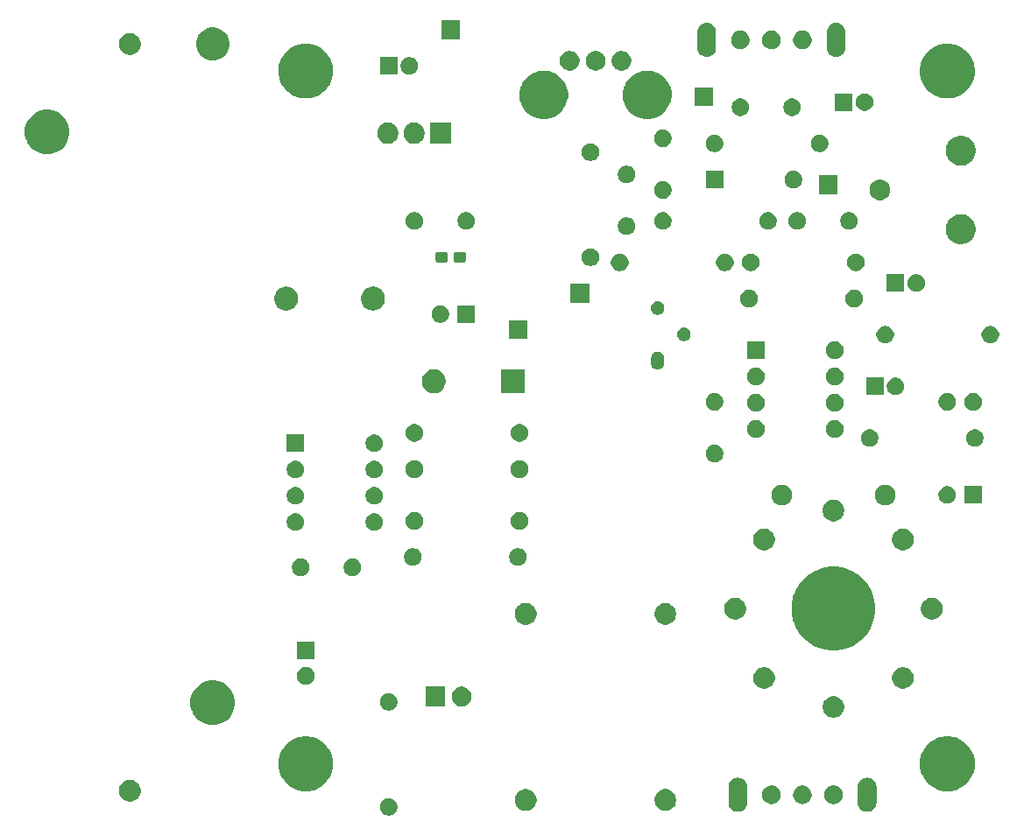
<source format=gbr>
G04 #@! TF.GenerationSoftware,KiCad,Pcbnew,5.1.5-52549c5~84~ubuntu18.04.1*
G04 #@! TF.CreationDate,2020-03-26T22:13:58-06:00*
G04 #@! TF.ProjectId,all-through-hole,616c6c2d-7468-4726-9f75-67682d686f6c,rev?*
G04 #@! TF.SameCoordinates,Original*
G04 #@! TF.FileFunction,Soldermask,Top*
G04 #@! TF.FilePolarity,Negative*
%FSLAX46Y46*%
G04 Gerber Fmt 4.6, Leading zero omitted, Abs format (unit mm)*
G04 Created by KiCad (PCBNEW 5.1.5-52549c5~84~ubuntu18.04.1) date 2020-03-26 22:13:58*
%MOMM*%
%LPD*%
G04 APERTURE LIST*
%ADD10C,0.100000*%
G04 APERTURE END LIST*
D10*
G36*
X119248228Y-113841703D02*
G01*
X119403100Y-113905853D01*
X119542481Y-113998985D01*
X119661015Y-114117519D01*
X119754147Y-114256900D01*
X119818297Y-114411772D01*
X119851000Y-114576184D01*
X119851000Y-114743816D01*
X119818297Y-114908228D01*
X119754147Y-115063100D01*
X119661015Y-115202481D01*
X119542481Y-115321015D01*
X119403100Y-115414147D01*
X119248228Y-115478297D01*
X119083816Y-115511000D01*
X118916184Y-115511000D01*
X118751772Y-115478297D01*
X118596900Y-115414147D01*
X118457519Y-115321015D01*
X118338985Y-115202481D01*
X118245853Y-115063100D01*
X118181703Y-114908228D01*
X118149000Y-114743816D01*
X118149000Y-114576184D01*
X118181703Y-114411772D01*
X118245853Y-114256900D01*
X118338985Y-114117519D01*
X118457519Y-113998985D01*
X118596900Y-113905853D01*
X118751772Y-113841703D01*
X118916184Y-113809000D01*
X119083816Y-113809000D01*
X119248228Y-113841703D01*
G37*
G36*
X152926626Y-111862037D02*
G01*
X153096465Y-111913557D01*
X153096467Y-111913558D01*
X153252989Y-111997221D01*
X153390186Y-112109814D01*
X153455921Y-112189914D01*
X153502778Y-112247009D01*
X153586443Y-112403534D01*
X153637963Y-112573373D01*
X153651000Y-112705742D01*
X153651000Y-114294258D01*
X153637963Y-114426627D01*
X153586443Y-114596466D01*
X153502778Y-114752991D01*
X153473448Y-114788729D01*
X153390186Y-114890186D01*
X153288729Y-114973448D01*
X153252991Y-115002778D01*
X153096466Y-115086443D01*
X152926627Y-115137963D01*
X152750000Y-115155359D01*
X152573374Y-115137963D01*
X152403535Y-115086443D01*
X152247010Y-115002778D01*
X152211272Y-114973448D01*
X152109815Y-114890186D01*
X152026553Y-114788729D01*
X151997223Y-114752991D01*
X151913558Y-114596466D01*
X151862038Y-114426627D01*
X151849001Y-114294258D01*
X151849000Y-112705743D01*
X151849414Y-112701544D01*
X151858216Y-112612167D01*
X151862037Y-112573374D01*
X151913557Y-112403535D01*
X151997222Y-112247010D01*
X152044079Y-112189914D01*
X152109814Y-112109814D01*
X152211271Y-112026552D01*
X152247009Y-111997222D01*
X152403534Y-111913557D01*
X152573373Y-111862037D01*
X152750000Y-111844641D01*
X152926626Y-111862037D01*
G37*
G36*
X165426626Y-111862037D02*
G01*
X165596465Y-111913557D01*
X165596467Y-111913558D01*
X165752989Y-111997221D01*
X165890186Y-112109814D01*
X165955921Y-112189914D01*
X166002778Y-112247009D01*
X166086443Y-112403534D01*
X166137963Y-112573373D01*
X166151000Y-112705742D01*
X166151000Y-114294258D01*
X166137963Y-114426627D01*
X166086443Y-114596466D01*
X166002778Y-114752991D01*
X165973448Y-114788729D01*
X165890186Y-114890186D01*
X165788729Y-114973448D01*
X165752991Y-115002778D01*
X165596466Y-115086443D01*
X165426627Y-115137963D01*
X165250000Y-115155359D01*
X165073374Y-115137963D01*
X164903535Y-115086443D01*
X164747010Y-115002778D01*
X164711272Y-114973448D01*
X164609815Y-114890186D01*
X164526553Y-114788729D01*
X164497223Y-114752991D01*
X164413558Y-114596466D01*
X164362038Y-114426627D01*
X164349001Y-114294258D01*
X164349000Y-112705743D01*
X164349414Y-112701544D01*
X164358216Y-112612167D01*
X164362037Y-112573374D01*
X164413557Y-112403535D01*
X164497222Y-112247010D01*
X164544079Y-112189914D01*
X164609814Y-112109814D01*
X164711271Y-112026552D01*
X164747009Y-111997222D01*
X164903534Y-111913557D01*
X165073373Y-111862037D01*
X165250000Y-111844641D01*
X165426626Y-111862037D01*
G37*
G36*
X132556564Y-112989389D02*
G01*
X132700777Y-113049124D01*
X132747835Y-113068616D01*
X132919973Y-113183635D01*
X133066365Y-113330027D01*
X133120643Y-113411259D01*
X133181385Y-113502167D01*
X133260611Y-113693436D01*
X133301000Y-113896484D01*
X133301000Y-114103516D01*
X133260611Y-114306564D01*
X133210880Y-114426625D01*
X133181384Y-114497835D01*
X133066365Y-114669973D01*
X132919973Y-114816365D01*
X132747835Y-114931384D01*
X132747834Y-114931385D01*
X132747833Y-114931385D01*
X132556564Y-115010611D01*
X132353516Y-115051000D01*
X132146484Y-115051000D01*
X131943436Y-115010611D01*
X131752167Y-114931385D01*
X131752166Y-114931385D01*
X131752165Y-114931384D01*
X131580027Y-114816365D01*
X131433635Y-114669973D01*
X131318616Y-114497835D01*
X131289120Y-114426625D01*
X131239389Y-114306564D01*
X131199000Y-114103516D01*
X131199000Y-113896484D01*
X131239389Y-113693436D01*
X131318615Y-113502167D01*
X131379358Y-113411259D01*
X131433635Y-113330027D01*
X131580027Y-113183635D01*
X131752165Y-113068616D01*
X131799223Y-113049124D01*
X131943436Y-112989389D01*
X132146484Y-112949000D01*
X132353516Y-112949000D01*
X132556564Y-112989389D01*
G37*
G36*
X146056564Y-112989389D02*
G01*
X146200777Y-113049124D01*
X146247835Y-113068616D01*
X146419973Y-113183635D01*
X146566365Y-113330027D01*
X146620643Y-113411259D01*
X146681385Y-113502167D01*
X146760611Y-113693436D01*
X146801000Y-113896484D01*
X146801000Y-114103516D01*
X146760611Y-114306564D01*
X146710880Y-114426625D01*
X146681384Y-114497835D01*
X146566365Y-114669973D01*
X146419973Y-114816365D01*
X146247835Y-114931384D01*
X146247834Y-114931385D01*
X146247833Y-114931385D01*
X146056564Y-115010611D01*
X145853516Y-115051000D01*
X145646484Y-115051000D01*
X145443436Y-115010611D01*
X145252167Y-114931385D01*
X145252166Y-114931385D01*
X145252165Y-114931384D01*
X145080027Y-114816365D01*
X144933635Y-114669973D01*
X144818616Y-114497835D01*
X144789120Y-114426625D01*
X144739389Y-114306564D01*
X144699000Y-114103516D01*
X144699000Y-113896484D01*
X144739389Y-113693436D01*
X144818615Y-113502167D01*
X144879358Y-113411259D01*
X144933635Y-113330027D01*
X145080027Y-113183635D01*
X145252165Y-113068616D01*
X145299223Y-113049124D01*
X145443436Y-112989389D01*
X145646484Y-112949000D01*
X145853516Y-112949000D01*
X146056564Y-112989389D01*
G37*
G36*
X162113512Y-112603927D02*
G01*
X162262812Y-112633624D01*
X162426784Y-112701544D01*
X162574354Y-112800147D01*
X162699853Y-112925646D01*
X162798456Y-113073216D01*
X162866376Y-113237188D01*
X162884842Y-113330027D01*
X162901000Y-113411258D01*
X162901000Y-113588742D01*
X162897202Y-113607835D01*
X162866376Y-113762812D01*
X162798456Y-113926784D01*
X162699853Y-114074354D01*
X162574354Y-114199853D01*
X162426784Y-114298456D01*
X162262812Y-114366376D01*
X162113512Y-114396073D01*
X162088742Y-114401000D01*
X161911258Y-114401000D01*
X161886488Y-114396073D01*
X161737188Y-114366376D01*
X161573216Y-114298456D01*
X161425646Y-114199853D01*
X161300147Y-114074354D01*
X161201544Y-113926784D01*
X161133624Y-113762812D01*
X161102798Y-113607835D01*
X161099000Y-113588742D01*
X161099000Y-113411258D01*
X161115158Y-113330027D01*
X161133624Y-113237188D01*
X161201544Y-113073216D01*
X161300147Y-112925646D01*
X161425646Y-112800147D01*
X161573216Y-112701544D01*
X161737188Y-112633624D01*
X161886488Y-112603927D01*
X161911258Y-112599000D01*
X162088742Y-112599000D01*
X162113512Y-112603927D01*
G37*
G36*
X156113512Y-112603927D02*
G01*
X156262812Y-112633624D01*
X156426784Y-112701544D01*
X156574354Y-112800147D01*
X156699853Y-112925646D01*
X156798456Y-113073216D01*
X156866376Y-113237188D01*
X156884842Y-113330027D01*
X156901000Y-113411258D01*
X156901000Y-113588742D01*
X156897202Y-113607835D01*
X156866376Y-113762812D01*
X156798456Y-113926784D01*
X156699853Y-114074354D01*
X156574354Y-114199853D01*
X156426784Y-114298456D01*
X156262812Y-114366376D01*
X156113512Y-114396073D01*
X156088742Y-114401000D01*
X155911258Y-114401000D01*
X155886488Y-114396073D01*
X155737188Y-114366376D01*
X155573216Y-114298456D01*
X155425646Y-114199853D01*
X155300147Y-114074354D01*
X155201544Y-113926784D01*
X155133624Y-113762812D01*
X155102798Y-113607835D01*
X155099000Y-113588742D01*
X155099000Y-113411258D01*
X155115158Y-113330027D01*
X155133624Y-113237188D01*
X155201544Y-113073216D01*
X155300147Y-112925646D01*
X155425646Y-112800147D01*
X155573216Y-112701544D01*
X155737188Y-112633624D01*
X155886488Y-112603927D01*
X155911258Y-112599000D01*
X156088742Y-112599000D01*
X156113512Y-112603927D01*
G37*
G36*
X159113512Y-112603927D02*
G01*
X159262812Y-112633624D01*
X159426784Y-112701544D01*
X159574354Y-112800147D01*
X159699853Y-112925646D01*
X159798456Y-113073216D01*
X159866376Y-113237188D01*
X159884842Y-113330027D01*
X159901000Y-113411258D01*
X159901000Y-113588742D01*
X159897202Y-113607835D01*
X159866376Y-113762812D01*
X159798456Y-113926784D01*
X159699853Y-114074354D01*
X159574354Y-114199853D01*
X159426784Y-114298456D01*
X159262812Y-114366376D01*
X159113512Y-114396073D01*
X159088742Y-114401000D01*
X158911258Y-114401000D01*
X158886488Y-114396073D01*
X158737188Y-114366376D01*
X158573216Y-114298456D01*
X158425646Y-114199853D01*
X158300147Y-114074354D01*
X158201544Y-113926784D01*
X158133624Y-113762812D01*
X158102798Y-113607835D01*
X158099000Y-113588742D01*
X158099000Y-113411258D01*
X158115158Y-113330027D01*
X158133624Y-113237188D01*
X158201544Y-113073216D01*
X158300147Y-112925646D01*
X158425646Y-112800147D01*
X158573216Y-112701544D01*
X158737188Y-112633624D01*
X158886488Y-112603927D01*
X158911258Y-112599000D01*
X159088742Y-112599000D01*
X159113512Y-112603927D01*
G37*
G36*
X94306564Y-112099389D02*
G01*
X94497833Y-112178615D01*
X94497835Y-112178616D01*
X94669973Y-112293635D01*
X94816365Y-112440027D01*
X94905465Y-112573374D01*
X94931385Y-112612167D01*
X95010611Y-112803436D01*
X95051000Y-113006484D01*
X95051000Y-113213516D01*
X95010611Y-113416564D01*
X94975154Y-113502165D01*
X94931384Y-113607835D01*
X94816365Y-113779973D01*
X94669973Y-113926365D01*
X94497835Y-114041384D01*
X94497834Y-114041385D01*
X94497833Y-114041385D01*
X94306564Y-114120611D01*
X94103516Y-114161000D01*
X93896484Y-114161000D01*
X93693436Y-114120611D01*
X93502167Y-114041385D01*
X93502166Y-114041385D01*
X93502165Y-114041384D01*
X93330027Y-113926365D01*
X93183635Y-113779973D01*
X93068616Y-113607835D01*
X93024846Y-113502165D01*
X92989389Y-113416564D01*
X92949000Y-113213516D01*
X92949000Y-113006484D01*
X92989389Y-112803436D01*
X93068615Y-112612167D01*
X93094536Y-112573374D01*
X93183635Y-112440027D01*
X93330027Y-112293635D01*
X93502165Y-112178616D01*
X93502167Y-112178615D01*
X93693436Y-112099389D01*
X93896484Y-112059000D01*
X94103516Y-112059000D01*
X94306564Y-112099389D01*
G37*
G36*
X173517184Y-107899938D02*
G01*
X173773268Y-107950876D01*
X173973105Y-108033651D01*
X174255718Y-108150713D01*
X174255719Y-108150714D01*
X174689914Y-108440834D01*
X175059166Y-108810086D01*
X175059167Y-108810088D01*
X175349287Y-109244282D01*
X175549124Y-109726733D01*
X175651000Y-110238898D01*
X175651000Y-110761102D01*
X175549124Y-111273267D01*
X175349287Y-111755718D01*
X175349286Y-111755719D01*
X175059166Y-112189914D01*
X174689914Y-112559166D01*
X174668647Y-112573376D01*
X174255718Y-112849287D01*
X173973105Y-112966349D01*
X173773268Y-113049124D01*
X173261102Y-113151000D01*
X172738898Y-113151000D01*
X172226732Y-113049124D01*
X172026895Y-112966349D01*
X171744282Y-112849287D01*
X171331353Y-112573376D01*
X171310086Y-112559166D01*
X170940834Y-112189914D01*
X170650714Y-111755719D01*
X170650713Y-111755718D01*
X170450876Y-111273267D01*
X170349000Y-110761102D01*
X170349000Y-110238898D01*
X170450876Y-109726733D01*
X170650713Y-109244282D01*
X170940833Y-108810088D01*
X170940834Y-108810086D01*
X171310086Y-108440834D01*
X171744281Y-108150714D01*
X171744282Y-108150713D01*
X172026895Y-108033651D01*
X172226732Y-107950876D01*
X172482816Y-107899938D01*
X172738898Y-107849000D01*
X173261102Y-107849000D01*
X173517184Y-107899938D01*
G37*
G36*
X111517184Y-107899938D02*
G01*
X111773268Y-107950876D01*
X111973105Y-108033651D01*
X112255718Y-108150713D01*
X112255719Y-108150714D01*
X112689914Y-108440834D01*
X113059166Y-108810086D01*
X113059167Y-108810088D01*
X113349287Y-109244282D01*
X113549124Y-109726733D01*
X113651000Y-110238898D01*
X113651000Y-110761102D01*
X113549124Y-111273267D01*
X113349287Y-111755718D01*
X113349286Y-111755719D01*
X113059166Y-112189914D01*
X112689914Y-112559166D01*
X112668647Y-112573376D01*
X112255718Y-112849287D01*
X111973105Y-112966349D01*
X111773268Y-113049124D01*
X111261102Y-113151000D01*
X110738898Y-113151000D01*
X110226732Y-113049124D01*
X110026895Y-112966349D01*
X109744282Y-112849287D01*
X109331353Y-112573376D01*
X109310086Y-112559166D01*
X108940834Y-112189914D01*
X108650714Y-111755719D01*
X108650713Y-111755718D01*
X108450876Y-111273267D01*
X108349000Y-110761102D01*
X108349000Y-110238898D01*
X108450876Y-109726733D01*
X108650713Y-109244282D01*
X108940833Y-108810088D01*
X108940834Y-108810086D01*
X109310086Y-108440834D01*
X109744281Y-108150714D01*
X109744282Y-108150713D01*
X110026895Y-108033651D01*
X110226732Y-107950876D01*
X110482816Y-107899938D01*
X110738898Y-107849000D01*
X111261102Y-107849000D01*
X111517184Y-107899938D01*
G37*
G36*
X102627423Y-102531661D02*
G01*
X103018879Y-102693807D01*
X103018881Y-102693808D01*
X103371183Y-102929209D01*
X103670791Y-103228817D01*
X103906192Y-103581119D01*
X103906193Y-103581121D01*
X104068339Y-103972577D01*
X104151000Y-104388144D01*
X104151000Y-104811856D01*
X104068339Y-105227423D01*
X103956331Y-105497835D01*
X103906192Y-105618881D01*
X103670791Y-105971183D01*
X103371183Y-106270791D01*
X103018881Y-106506192D01*
X103018880Y-106506193D01*
X103018879Y-106506193D01*
X102627423Y-106668339D01*
X102211856Y-106751000D01*
X101788144Y-106751000D01*
X101372577Y-106668339D01*
X100981121Y-106506193D01*
X100981120Y-106506193D01*
X100981119Y-106506192D01*
X100628817Y-106270791D01*
X100329209Y-105971183D01*
X100093808Y-105618881D01*
X100043669Y-105497835D01*
X99931661Y-105227423D01*
X99849000Y-104811856D01*
X99849000Y-104388144D01*
X99931661Y-103972577D01*
X100093807Y-103581121D01*
X100093808Y-103581119D01*
X100329209Y-103228817D01*
X100628817Y-102929209D01*
X100981119Y-102693808D01*
X100981121Y-102693807D01*
X101372577Y-102531661D01*
X101788144Y-102449000D01*
X102211856Y-102449000D01*
X102627423Y-102531661D01*
G37*
G36*
X162306564Y-103989389D02*
G01*
X162497833Y-104068615D01*
X162497835Y-104068616D01*
X162669973Y-104183635D01*
X162816365Y-104330027D01*
X162855198Y-104388144D01*
X162931385Y-104502167D01*
X163010611Y-104693436D01*
X163051000Y-104896484D01*
X163051000Y-105103516D01*
X163010611Y-105306564D01*
X162992205Y-105351000D01*
X162931384Y-105497835D01*
X162816365Y-105669973D01*
X162669973Y-105816365D01*
X162497835Y-105931384D01*
X162497834Y-105931385D01*
X162497833Y-105931385D01*
X162306564Y-106010611D01*
X162103516Y-106051000D01*
X161896484Y-106051000D01*
X161693436Y-106010611D01*
X161502167Y-105931385D01*
X161502166Y-105931385D01*
X161502165Y-105931384D01*
X161330027Y-105816365D01*
X161183635Y-105669973D01*
X161068616Y-105497835D01*
X161007795Y-105351000D01*
X160989389Y-105306564D01*
X160949000Y-105103516D01*
X160949000Y-104896484D01*
X160989389Y-104693436D01*
X161068615Y-104502167D01*
X161144803Y-104388144D01*
X161183635Y-104330027D01*
X161330027Y-104183635D01*
X161502165Y-104068616D01*
X161502167Y-104068615D01*
X161693436Y-103989389D01*
X161896484Y-103949000D01*
X162103516Y-103949000D01*
X162306564Y-103989389D01*
G37*
G36*
X119248228Y-103681703D02*
G01*
X119403100Y-103745853D01*
X119542481Y-103838985D01*
X119661015Y-103957519D01*
X119754147Y-104096900D01*
X119818297Y-104251772D01*
X119851000Y-104416184D01*
X119851000Y-104583816D01*
X119818297Y-104748228D01*
X119754147Y-104903100D01*
X119661015Y-105042481D01*
X119542481Y-105161015D01*
X119403100Y-105254147D01*
X119248228Y-105318297D01*
X119083816Y-105351000D01*
X118916184Y-105351000D01*
X118751772Y-105318297D01*
X118596900Y-105254147D01*
X118457519Y-105161015D01*
X118338985Y-105042481D01*
X118245853Y-104903100D01*
X118181703Y-104748228D01*
X118149000Y-104583816D01*
X118149000Y-104416184D01*
X118181703Y-104251772D01*
X118245853Y-104096900D01*
X118338985Y-103957519D01*
X118457519Y-103838985D01*
X118596900Y-103745853D01*
X118751772Y-103681703D01*
X118916184Y-103649000D01*
X119083816Y-103649000D01*
X119248228Y-103681703D01*
G37*
G36*
X124451000Y-104951000D02*
G01*
X122549000Y-104951000D01*
X122549000Y-103049000D01*
X124451000Y-103049000D01*
X124451000Y-104951000D01*
G37*
G36*
X126317395Y-103085546D02*
G01*
X126490466Y-103157234D01*
X126490467Y-103157235D01*
X126646227Y-103261310D01*
X126778690Y-103393773D01*
X126778691Y-103393775D01*
X126882766Y-103549534D01*
X126954454Y-103722605D01*
X126991000Y-103906333D01*
X126991000Y-104093667D01*
X126954454Y-104277395D01*
X126882766Y-104450466D01*
X126882765Y-104450467D01*
X126778690Y-104606227D01*
X126646227Y-104738690D01*
X126567818Y-104791081D01*
X126490466Y-104842766D01*
X126317395Y-104914454D01*
X126133667Y-104951000D01*
X125946333Y-104951000D01*
X125762605Y-104914454D01*
X125589534Y-104842766D01*
X125512182Y-104791081D01*
X125433773Y-104738690D01*
X125301310Y-104606227D01*
X125197235Y-104450467D01*
X125197234Y-104450466D01*
X125125546Y-104277395D01*
X125089000Y-104093667D01*
X125089000Y-103906333D01*
X125125546Y-103722605D01*
X125197234Y-103549534D01*
X125301309Y-103393775D01*
X125301310Y-103393773D01*
X125433773Y-103261310D01*
X125589533Y-103157235D01*
X125589534Y-103157234D01*
X125762605Y-103085546D01*
X125946333Y-103049000D01*
X126133667Y-103049000D01*
X126317395Y-103085546D01*
G37*
G36*
X169006564Y-101189389D02*
G01*
X169197833Y-101268615D01*
X169197835Y-101268616D01*
X169369973Y-101383635D01*
X169516365Y-101530027D01*
X169631385Y-101702167D01*
X169710611Y-101893436D01*
X169751000Y-102096484D01*
X169751000Y-102303516D01*
X169710611Y-102506564D01*
X169633052Y-102693808D01*
X169631384Y-102697835D01*
X169516365Y-102869973D01*
X169369973Y-103016365D01*
X169197835Y-103131384D01*
X169197834Y-103131385D01*
X169197833Y-103131385D01*
X169006564Y-103210611D01*
X168803516Y-103251000D01*
X168596484Y-103251000D01*
X168393436Y-103210611D01*
X168202167Y-103131385D01*
X168202166Y-103131385D01*
X168202165Y-103131384D01*
X168030027Y-103016365D01*
X167883635Y-102869973D01*
X167768616Y-102697835D01*
X167766948Y-102693808D01*
X167689389Y-102506564D01*
X167649000Y-102303516D01*
X167649000Y-102096484D01*
X167689389Y-101893436D01*
X167768615Y-101702167D01*
X167883635Y-101530027D01*
X168030027Y-101383635D01*
X168202165Y-101268616D01*
X168202167Y-101268615D01*
X168393436Y-101189389D01*
X168596484Y-101149000D01*
X168803516Y-101149000D01*
X169006564Y-101189389D01*
G37*
G36*
X155606564Y-101189389D02*
G01*
X155797833Y-101268615D01*
X155797835Y-101268616D01*
X155969973Y-101383635D01*
X156116365Y-101530027D01*
X156231385Y-101702167D01*
X156310611Y-101893436D01*
X156351000Y-102096484D01*
X156351000Y-102303516D01*
X156310611Y-102506564D01*
X156233052Y-102693808D01*
X156231384Y-102697835D01*
X156116365Y-102869973D01*
X155969973Y-103016365D01*
X155797835Y-103131384D01*
X155797834Y-103131385D01*
X155797833Y-103131385D01*
X155606564Y-103210611D01*
X155403516Y-103251000D01*
X155196484Y-103251000D01*
X154993436Y-103210611D01*
X154802167Y-103131385D01*
X154802166Y-103131385D01*
X154802165Y-103131384D01*
X154630027Y-103016365D01*
X154483635Y-102869973D01*
X154368616Y-102697835D01*
X154366948Y-102693808D01*
X154289389Y-102506564D01*
X154249000Y-102303516D01*
X154249000Y-102096484D01*
X154289389Y-101893436D01*
X154368615Y-101702167D01*
X154483635Y-101530027D01*
X154630027Y-101383635D01*
X154802165Y-101268616D01*
X154802167Y-101268615D01*
X154993436Y-101189389D01*
X155196484Y-101149000D01*
X155403516Y-101149000D01*
X155606564Y-101189389D01*
G37*
G36*
X111248228Y-101181703D02*
G01*
X111403100Y-101245853D01*
X111542481Y-101338985D01*
X111661015Y-101457519D01*
X111754147Y-101596900D01*
X111818297Y-101751772D01*
X111851000Y-101916184D01*
X111851000Y-102083816D01*
X111818297Y-102248228D01*
X111754147Y-102403100D01*
X111661015Y-102542481D01*
X111542481Y-102661015D01*
X111403100Y-102754147D01*
X111248228Y-102818297D01*
X111083816Y-102851000D01*
X110916184Y-102851000D01*
X110751772Y-102818297D01*
X110596900Y-102754147D01*
X110457519Y-102661015D01*
X110338985Y-102542481D01*
X110245853Y-102403100D01*
X110181703Y-102248228D01*
X110149000Y-102083816D01*
X110149000Y-101916184D01*
X110181703Y-101751772D01*
X110245853Y-101596900D01*
X110338985Y-101457519D01*
X110457519Y-101338985D01*
X110596900Y-101245853D01*
X110751772Y-101181703D01*
X110916184Y-101149000D01*
X111083816Y-101149000D01*
X111248228Y-101181703D01*
G37*
G36*
X111851000Y-100351000D02*
G01*
X110149000Y-100351000D01*
X110149000Y-98649000D01*
X111851000Y-98649000D01*
X111851000Y-100351000D01*
G37*
G36*
X163181632Y-91604677D02*
G01*
X163487005Y-91731167D01*
X163918868Y-91910050D01*
X164582362Y-92353383D01*
X165146617Y-92917638D01*
X165589950Y-93581132D01*
X165768833Y-94012995D01*
X165895323Y-94318368D01*
X166051000Y-95101010D01*
X166051000Y-95898990D01*
X165895323Y-96681632D01*
X165791872Y-96931384D01*
X165589950Y-97418868D01*
X165146617Y-98082362D01*
X164582362Y-98646617D01*
X163918868Y-99089950D01*
X163487005Y-99268833D01*
X163181632Y-99395323D01*
X162398990Y-99551000D01*
X161601010Y-99551000D01*
X160818368Y-99395323D01*
X160512995Y-99268833D01*
X160081132Y-99089950D01*
X159417638Y-98646617D01*
X158853383Y-98082362D01*
X158410050Y-97418868D01*
X158208128Y-96931384D01*
X158104677Y-96681632D01*
X157949000Y-95898990D01*
X157949000Y-95101010D01*
X158104677Y-94318368D01*
X158231167Y-94012995D01*
X158410050Y-93581132D01*
X158853383Y-92917638D01*
X159417638Y-92353383D01*
X160081132Y-91910050D01*
X160512995Y-91731167D01*
X160818368Y-91604677D01*
X161601010Y-91449000D01*
X162398990Y-91449000D01*
X163181632Y-91604677D01*
G37*
G36*
X132556564Y-94989389D02*
G01*
X132747833Y-95068615D01*
X132747835Y-95068616D01*
X132919973Y-95183635D01*
X133066365Y-95330027D01*
X133110772Y-95396486D01*
X133181385Y-95502167D01*
X133260611Y-95693436D01*
X133301000Y-95896484D01*
X133301000Y-96103516D01*
X133260611Y-96306564D01*
X133181385Y-96497833D01*
X133181384Y-96497835D01*
X133066365Y-96669973D01*
X132919973Y-96816365D01*
X132747835Y-96931384D01*
X132747834Y-96931385D01*
X132747833Y-96931385D01*
X132556564Y-97010611D01*
X132353516Y-97051000D01*
X132146484Y-97051000D01*
X131943436Y-97010611D01*
X131752167Y-96931385D01*
X131752166Y-96931385D01*
X131752165Y-96931384D01*
X131580027Y-96816365D01*
X131433635Y-96669973D01*
X131318616Y-96497835D01*
X131318615Y-96497833D01*
X131239389Y-96306564D01*
X131199000Y-96103516D01*
X131199000Y-95896484D01*
X131239389Y-95693436D01*
X131318615Y-95502167D01*
X131389229Y-95396486D01*
X131433635Y-95330027D01*
X131580027Y-95183635D01*
X131752165Y-95068616D01*
X131752167Y-95068615D01*
X131943436Y-94989389D01*
X132146484Y-94949000D01*
X132353516Y-94949000D01*
X132556564Y-94989389D01*
G37*
G36*
X146056564Y-94989389D02*
G01*
X146247833Y-95068615D01*
X146247835Y-95068616D01*
X146419973Y-95183635D01*
X146566365Y-95330027D01*
X146610772Y-95396486D01*
X146681385Y-95502167D01*
X146760611Y-95693436D01*
X146801000Y-95896484D01*
X146801000Y-96103516D01*
X146760611Y-96306564D01*
X146681385Y-96497833D01*
X146681384Y-96497835D01*
X146566365Y-96669973D01*
X146419973Y-96816365D01*
X146247835Y-96931384D01*
X146247834Y-96931385D01*
X146247833Y-96931385D01*
X146056564Y-97010611D01*
X145853516Y-97051000D01*
X145646484Y-97051000D01*
X145443436Y-97010611D01*
X145252167Y-96931385D01*
X145252166Y-96931385D01*
X145252165Y-96931384D01*
X145080027Y-96816365D01*
X144933635Y-96669973D01*
X144818616Y-96497835D01*
X144818615Y-96497833D01*
X144739389Y-96306564D01*
X144699000Y-96103516D01*
X144699000Y-95896484D01*
X144739389Y-95693436D01*
X144818615Y-95502167D01*
X144889229Y-95396486D01*
X144933635Y-95330027D01*
X145080027Y-95183635D01*
X145252165Y-95068616D01*
X145252167Y-95068615D01*
X145443436Y-94989389D01*
X145646484Y-94949000D01*
X145853516Y-94949000D01*
X146056564Y-94989389D01*
G37*
G36*
X171806564Y-94489389D02*
G01*
X171997833Y-94568615D01*
X171997835Y-94568616D01*
X172169973Y-94683635D01*
X172316365Y-94830027D01*
X172431385Y-95002167D01*
X172510611Y-95193436D01*
X172551000Y-95396484D01*
X172551000Y-95603516D01*
X172510611Y-95806564D01*
X172473365Y-95896484D01*
X172431384Y-95997835D01*
X172316365Y-96169973D01*
X172169973Y-96316365D01*
X171997835Y-96431384D01*
X171997834Y-96431385D01*
X171997833Y-96431385D01*
X171806564Y-96510611D01*
X171603516Y-96551000D01*
X171396484Y-96551000D01*
X171193436Y-96510611D01*
X171002167Y-96431385D01*
X171002166Y-96431385D01*
X171002165Y-96431384D01*
X170830027Y-96316365D01*
X170683635Y-96169973D01*
X170568616Y-95997835D01*
X170526635Y-95896484D01*
X170489389Y-95806564D01*
X170449000Y-95603516D01*
X170449000Y-95396484D01*
X170489389Y-95193436D01*
X170568615Y-95002167D01*
X170683635Y-94830027D01*
X170830027Y-94683635D01*
X171002165Y-94568616D01*
X171002167Y-94568615D01*
X171193436Y-94489389D01*
X171396484Y-94449000D01*
X171603516Y-94449000D01*
X171806564Y-94489389D01*
G37*
G36*
X152806564Y-94489389D02*
G01*
X152997833Y-94568615D01*
X152997835Y-94568616D01*
X153169973Y-94683635D01*
X153316365Y-94830027D01*
X153431385Y-95002167D01*
X153510611Y-95193436D01*
X153551000Y-95396484D01*
X153551000Y-95603516D01*
X153510611Y-95806564D01*
X153473365Y-95896484D01*
X153431384Y-95997835D01*
X153316365Y-96169973D01*
X153169973Y-96316365D01*
X152997835Y-96431384D01*
X152997834Y-96431385D01*
X152997833Y-96431385D01*
X152806564Y-96510611D01*
X152603516Y-96551000D01*
X152396484Y-96551000D01*
X152193436Y-96510611D01*
X152002167Y-96431385D01*
X152002166Y-96431385D01*
X152002165Y-96431384D01*
X151830027Y-96316365D01*
X151683635Y-96169973D01*
X151568616Y-95997835D01*
X151526635Y-95896484D01*
X151489389Y-95806564D01*
X151449000Y-95603516D01*
X151449000Y-95396484D01*
X151489389Y-95193436D01*
X151568615Y-95002167D01*
X151683635Y-94830027D01*
X151830027Y-94683635D01*
X152002165Y-94568616D01*
X152002167Y-94568615D01*
X152193436Y-94489389D01*
X152396484Y-94449000D01*
X152603516Y-94449000D01*
X152806564Y-94489389D01*
G37*
G36*
X115748228Y-90681703D02*
G01*
X115903100Y-90745853D01*
X116042481Y-90838985D01*
X116161015Y-90957519D01*
X116254147Y-91096900D01*
X116318297Y-91251772D01*
X116351000Y-91416184D01*
X116351000Y-91583816D01*
X116318297Y-91748228D01*
X116254147Y-91903100D01*
X116161015Y-92042481D01*
X116042481Y-92161015D01*
X115903100Y-92254147D01*
X115748228Y-92318297D01*
X115583816Y-92351000D01*
X115416184Y-92351000D01*
X115251772Y-92318297D01*
X115096900Y-92254147D01*
X114957519Y-92161015D01*
X114838985Y-92042481D01*
X114745853Y-91903100D01*
X114681703Y-91748228D01*
X114649000Y-91583816D01*
X114649000Y-91416184D01*
X114681703Y-91251772D01*
X114745853Y-91096900D01*
X114838985Y-90957519D01*
X114957519Y-90838985D01*
X115096900Y-90745853D01*
X115251772Y-90681703D01*
X115416184Y-90649000D01*
X115583816Y-90649000D01*
X115748228Y-90681703D01*
G37*
G36*
X110748228Y-90681703D02*
G01*
X110903100Y-90745853D01*
X111042481Y-90838985D01*
X111161015Y-90957519D01*
X111254147Y-91096900D01*
X111318297Y-91251772D01*
X111351000Y-91416184D01*
X111351000Y-91583816D01*
X111318297Y-91748228D01*
X111254147Y-91903100D01*
X111161015Y-92042481D01*
X111042481Y-92161015D01*
X110903100Y-92254147D01*
X110748228Y-92318297D01*
X110583816Y-92351000D01*
X110416184Y-92351000D01*
X110251772Y-92318297D01*
X110096900Y-92254147D01*
X109957519Y-92161015D01*
X109838985Y-92042481D01*
X109745853Y-91903100D01*
X109681703Y-91748228D01*
X109649000Y-91583816D01*
X109649000Y-91416184D01*
X109681703Y-91251772D01*
X109745853Y-91096900D01*
X109838985Y-90957519D01*
X109957519Y-90838985D01*
X110096900Y-90745853D01*
X110251772Y-90681703D01*
X110416184Y-90649000D01*
X110583816Y-90649000D01*
X110748228Y-90681703D01*
G37*
G36*
X131748228Y-89681703D02*
G01*
X131903100Y-89745853D01*
X132042481Y-89838985D01*
X132161015Y-89957519D01*
X132254147Y-90096900D01*
X132318297Y-90251772D01*
X132351000Y-90416184D01*
X132351000Y-90583816D01*
X132318297Y-90748228D01*
X132254147Y-90903100D01*
X132161015Y-91042481D01*
X132042481Y-91161015D01*
X131903100Y-91254147D01*
X131748228Y-91318297D01*
X131583816Y-91351000D01*
X131416184Y-91351000D01*
X131251772Y-91318297D01*
X131096900Y-91254147D01*
X130957519Y-91161015D01*
X130838985Y-91042481D01*
X130745853Y-90903100D01*
X130681703Y-90748228D01*
X130649000Y-90583816D01*
X130649000Y-90416184D01*
X130681703Y-90251772D01*
X130745853Y-90096900D01*
X130838985Y-89957519D01*
X130957519Y-89838985D01*
X131096900Y-89745853D01*
X131251772Y-89681703D01*
X131416184Y-89649000D01*
X131583816Y-89649000D01*
X131748228Y-89681703D01*
G37*
G36*
X121588228Y-89681703D02*
G01*
X121743100Y-89745853D01*
X121882481Y-89838985D01*
X122001015Y-89957519D01*
X122094147Y-90096900D01*
X122158297Y-90251772D01*
X122191000Y-90416184D01*
X122191000Y-90583816D01*
X122158297Y-90748228D01*
X122094147Y-90903100D01*
X122001015Y-91042481D01*
X121882481Y-91161015D01*
X121743100Y-91254147D01*
X121588228Y-91318297D01*
X121423816Y-91351000D01*
X121256184Y-91351000D01*
X121091772Y-91318297D01*
X120936900Y-91254147D01*
X120797519Y-91161015D01*
X120678985Y-91042481D01*
X120585853Y-90903100D01*
X120521703Y-90748228D01*
X120489000Y-90583816D01*
X120489000Y-90416184D01*
X120521703Y-90251772D01*
X120585853Y-90096900D01*
X120678985Y-89957519D01*
X120797519Y-89838985D01*
X120936900Y-89745853D01*
X121091772Y-89681703D01*
X121256184Y-89649000D01*
X121423816Y-89649000D01*
X121588228Y-89681703D01*
G37*
G36*
X155606564Y-87789389D02*
G01*
X155797833Y-87868615D01*
X155797835Y-87868616D01*
X155806114Y-87874148D01*
X155969973Y-87983635D01*
X156116365Y-88130027D01*
X156231385Y-88302167D01*
X156310611Y-88493436D01*
X156351000Y-88696484D01*
X156351000Y-88903516D01*
X156310611Y-89106564D01*
X156231385Y-89297833D01*
X156231384Y-89297835D01*
X156116365Y-89469973D01*
X155969973Y-89616365D01*
X155797835Y-89731384D01*
X155797834Y-89731385D01*
X155797833Y-89731385D01*
X155606564Y-89810611D01*
X155403516Y-89851000D01*
X155196484Y-89851000D01*
X154993436Y-89810611D01*
X154802167Y-89731385D01*
X154802166Y-89731385D01*
X154802165Y-89731384D01*
X154630027Y-89616365D01*
X154483635Y-89469973D01*
X154368616Y-89297835D01*
X154368615Y-89297833D01*
X154289389Y-89106564D01*
X154249000Y-88903516D01*
X154249000Y-88696484D01*
X154289389Y-88493436D01*
X154368615Y-88302167D01*
X154483635Y-88130027D01*
X154630027Y-87983635D01*
X154793886Y-87874148D01*
X154802165Y-87868616D01*
X154802167Y-87868615D01*
X154993436Y-87789389D01*
X155196484Y-87749000D01*
X155403516Y-87749000D01*
X155606564Y-87789389D01*
G37*
G36*
X169006564Y-87789389D02*
G01*
X169197833Y-87868615D01*
X169197835Y-87868616D01*
X169206114Y-87874148D01*
X169369973Y-87983635D01*
X169516365Y-88130027D01*
X169631385Y-88302167D01*
X169710611Y-88493436D01*
X169751000Y-88696484D01*
X169751000Y-88903516D01*
X169710611Y-89106564D01*
X169631385Y-89297833D01*
X169631384Y-89297835D01*
X169516365Y-89469973D01*
X169369973Y-89616365D01*
X169197835Y-89731384D01*
X169197834Y-89731385D01*
X169197833Y-89731385D01*
X169006564Y-89810611D01*
X168803516Y-89851000D01*
X168596484Y-89851000D01*
X168393436Y-89810611D01*
X168202167Y-89731385D01*
X168202166Y-89731385D01*
X168202165Y-89731384D01*
X168030027Y-89616365D01*
X167883635Y-89469973D01*
X167768616Y-89297835D01*
X167768615Y-89297833D01*
X167689389Y-89106564D01*
X167649000Y-88903516D01*
X167649000Y-88696484D01*
X167689389Y-88493436D01*
X167768615Y-88302167D01*
X167883635Y-88130027D01*
X168030027Y-87983635D01*
X168193886Y-87874148D01*
X168202165Y-87868616D01*
X168202167Y-87868615D01*
X168393436Y-87789389D01*
X168596484Y-87749000D01*
X168803516Y-87749000D01*
X169006564Y-87789389D01*
G37*
G36*
X117868228Y-86301703D02*
G01*
X118023100Y-86365853D01*
X118162481Y-86458985D01*
X118281015Y-86577519D01*
X118374147Y-86716900D01*
X118438297Y-86871772D01*
X118471000Y-87036184D01*
X118471000Y-87203816D01*
X118438297Y-87368228D01*
X118374147Y-87523100D01*
X118281015Y-87662481D01*
X118162481Y-87781015D01*
X118023100Y-87874147D01*
X117868228Y-87938297D01*
X117703816Y-87971000D01*
X117536184Y-87971000D01*
X117371772Y-87938297D01*
X117216900Y-87874147D01*
X117077519Y-87781015D01*
X116958985Y-87662481D01*
X116865853Y-87523100D01*
X116801703Y-87368228D01*
X116769000Y-87203816D01*
X116769000Y-87036184D01*
X116801703Y-86871772D01*
X116865853Y-86716900D01*
X116958985Y-86577519D01*
X117077519Y-86458985D01*
X117216900Y-86365853D01*
X117371772Y-86301703D01*
X117536184Y-86269000D01*
X117703816Y-86269000D01*
X117868228Y-86301703D01*
G37*
G36*
X110248228Y-86301703D02*
G01*
X110403100Y-86365853D01*
X110542481Y-86458985D01*
X110661015Y-86577519D01*
X110754147Y-86716900D01*
X110818297Y-86871772D01*
X110851000Y-87036184D01*
X110851000Y-87203816D01*
X110818297Y-87368228D01*
X110754147Y-87523100D01*
X110661015Y-87662481D01*
X110542481Y-87781015D01*
X110403100Y-87874147D01*
X110248228Y-87938297D01*
X110083816Y-87971000D01*
X109916184Y-87971000D01*
X109751772Y-87938297D01*
X109596900Y-87874147D01*
X109457519Y-87781015D01*
X109338985Y-87662481D01*
X109245853Y-87523100D01*
X109181703Y-87368228D01*
X109149000Y-87203816D01*
X109149000Y-87036184D01*
X109181703Y-86871772D01*
X109245853Y-86716900D01*
X109338985Y-86577519D01*
X109457519Y-86458985D01*
X109596900Y-86365853D01*
X109751772Y-86301703D01*
X109916184Y-86269000D01*
X110083816Y-86269000D01*
X110248228Y-86301703D01*
G37*
G36*
X131908228Y-86181703D02*
G01*
X132063100Y-86245853D01*
X132202481Y-86338985D01*
X132321015Y-86457519D01*
X132414147Y-86596900D01*
X132478297Y-86751772D01*
X132511000Y-86916184D01*
X132511000Y-87083816D01*
X132478297Y-87248228D01*
X132414147Y-87403100D01*
X132321015Y-87542481D01*
X132202481Y-87661015D01*
X132063100Y-87754147D01*
X131908228Y-87818297D01*
X131743816Y-87851000D01*
X131576184Y-87851000D01*
X131411772Y-87818297D01*
X131256900Y-87754147D01*
X131117519Y-87661015D01*
X130998985Y-87542481D01*
X130905853Y-87403100D01*
X130841703Y-87248228D01*
X130809000Y-87083816D01*
X130809000Y-86916184D01*
X130841703Y-86751772D01*
X130905853Y-86596900D01*
X130998985Y-86457519D01*
X131117519Y-86338985D01*
X131256900Y-86245853D01*
X131411772Y-86181703D01*
X131576184Y-86149000D01*
X131743816Y-86149000D01*
X131908228Y-86181703D01*
G37*
G36*
X121748228Y-86181703D02*
G01*
X121903100Y-86245853D01*
X122042481Y-86338985D01*
X122161015Y-86457519D01*
X122254147Y-86596900D01*
X122318297Y-86751772D01*
X122351000Y-86916184D01*
X122351000Y-87083816D01*
X122318297Y-87248228D01*
X122254147Y-87403100D01*
X122161015Y-87542481D01*
X122042481Y-87661015D01*
X121903100Y-87754147D01*
X121748228Y-87818297D01*
X121583816Y-87851000D01*
X121416184Y-87851000D01*
X121251772Y-87818297D01*
X121096900Y-87754147D01*
X120957519Y-87661015D01*
X120838985Y-87542481D01*
X120745853Y-87403100D01*
X120681703Y-87248228D01*
X120649000Y-87083816D01*
X120649000Y-86916184D01*
X120681703Y-86751772D01*
X120745853Y-86596900D01*
X120838985Y-86457519D01*
X120957519Y-86338985D01*
X121096900Y-86245853D01*
X121251772Y-86181703D01*
X121416184Y-86149000D01*
X121583816Y-86149000D01*
X121748228Y-86181703D01*
G37*
G36*
X162306564Y-84989389D02*
G01*
X162497833Y-85068615D01*
X162497835Y-85068616D01*
X162669973Y-85183635D01*
X162816365Y-85330027D01*
X162930606Y-85501000D01*
X162931385Y-85502167D01*
X163010611Y-85693436D01*
X163051000Y-85896484D01*
X163051000Y-86103516D01*
X163010611Y-86306564D01*
X162948083Y-86457520D01*
X162931384Y-86497835D01*
X162816365Y-86669973D01*
X162669973Y-86816365D01*
X162497835Y-86931384D01*
X162497834Y-86931385D01*
X162497833Y-86931385D01*
X162306564Y-87010611D01*
X162103516Y-87051000D01*
X161896484Y-87051000D01*
X161693436Y-87010611D01*
X161502167Y-86931385D01*
X161502166Y-86931385D01*
X161502165Y-86931384D01*
X161330027Y-86816365D01*
X161183635Y-86669973D01*
X161068616Y-86497835D01*
X161051917Y-86457520D01*
X160989389Y-86306564D01*
X160949000Y-86103516D01*
X160949000Y-85896484D01*
X160989389Y-85693436D01*
X161068615Y-85502167D01*
X161069395Y-85501000D01*
X161183635Y-85330027D01*
X161330027Y-85183635D01*
X161502165Y-85068616D01*
X161502167Y-85068615D01*
X161693436Y-84989389D01*
X161896484Y-84949000D01*
X162103516Y-84949000D01*
X162306564Y-84989389D01*
G37*
G36*
X167195285Y-83518234D02*
G01*
X167291981Y-83537468D01*
X167474151Y-83612926D01*
X167638100Y-83722473D01*
X167777527Y-83861900D01*
X167887074Y-84025849D01*
X167962532Y-84208019D01*
X168001000Y-84401410D01*
X168001000Y-84598590D01*
X167962532Y-84791981D01*
X167887074Y-84974151D01*
X167777527Y-85138100D01*
X167638100Y-85277527D01*
X167474151Y-85387074D01*
X167474150Y-85387075D01*
X167474149Y-85387075D01*
X167447057Y-85398297D01*
X167291981Y-85462532D01*
X167195285Y-85481766D01*
X167098591Y-85501000D01*
X166901409Y-85501000D01*
X166804715Y-85481766D01*
X166708019Y-85462532D01*
X166552943Y-85398297D01*
X166525851Y-85387075D01*
X166525850Y-85387075D01*
X166525849Y-85387074D01*
X166361900Y-85277527D01*
X166222473Y-85138100D01*
X166112926Y-84974151D01*
X166037468Y-84791981D01*
X165999000Y-84598590D01*
X165999000Y-84401410D01*
X166037468Y-84208019D01*
X166112926Y-84025849D01*
X166222473Y-83861900D01*
X166361900Y-83722473D01*
X166525849Y-83612926D01*
X166708019Y-83537468D01*
X166901409Y-83499000D01*
X167098591Y-83499000D01*
X167195285Y-83518234D01*
G37*
G36*
X157195285Y-83518234D02*
G01*
X157291981Y-83537468D01*
X157474151Y-83612926D01*
X157638100Y-83722473D01*
X157777527Y-83861900D01*
X157887074Y-84025849D01*
X157962532Y-84208019D01*
X158001000Y-84401410D01*
X158001000Y-84598590D01*
X157962532Y-84791981D01*
X157887074Y-84974151D01*
X157777527Y-85138100D01*
X157638100Y-85277527D01*
X157474151Y-85387074D01*
X157474150Y-85387075D01*
X157474149Y-85387075D01*
X157447057Y-85398297D01*
X157291981Y-85462532D01*
X157195285Y-85481766D01*
X157098591Y-85501000D01*
X156901409Y-85501000D01*
X156804715Y-85481766D01*
X156708019Y-85462532D01*
X156552943Y-85398297D01*
X156525851Y-85387075D01*
X156525850Y-85387075D01*
X156525849Y-85387074D01*
X156361900Y-85277527D01*
X156222473Y-85138100D01*
X156112926Y-84974151D01*
X156037468Y-84791981D01*
X155999000Y-84598590D01*
X155999000Y-84401410D01*
X156037468Y-84208019D01*
X156112926Y-84025849D01*
X156222473Y-83861900D01*
X156361900Y-83722473D01*
X156525849Y-83612926D01*
X156708019Y-83537468D01*
X156901409Y-83499000D01*
X157098591Y-83499000D01*
X157195285Y-83518234D01*
G37*
G36*
X110248228Y-83761703D02*
G01*
X110403100Y-83825853D01*
X110542481Y-83918985D01*
X110661015Y-84037519D01*
X110754147Y-84176900D01*
X110818297Y-84331772D01*
X110851000Y-84496184D01*
X110851000Y-84663816D01*
X110818297Y-84828228D01*
X110754147Y-84983100D01*
X110661015Y-85122481D01*
X110542481Y-85241015D01*
X110403100Y-85334147D01*
X110248228Y-85398297D01*
X110083816Y-85431000D01*
X109916184Y-85431000D01*
X109751772Y-85398297D01*
X109596900Y-85334147D01*
X109457519Y-85241015D01*
X109338985Y-85122481D01*
X109245853Y-84983100D01*
X109181703Y-84828228D01*
X109149000Y-84663816D01*
X109149000Y-84496184D01*
X109181703Y-84331772D01*
X109245853Y-84176900D01*
X109338985Y-84037519D01*
X109457519Y-83918985D01*
X109596900Y-83825853D01*
X109751772Y-83761703D01*
X109916184Y-83729000D01*
X110083816Y-83729000D01*
X110248228Y-83761703D01*
G37*
G36*
X117868228Y-83761703D02*
G01*
X118023100Y-83825853D01*
X118162481Y-83918985D01*
X118281015Y-84037519D01*
X118374147Y-84176900D01*
X118438297Y-84331772D01*
X118471000Y-84496184D01*
X118471000Y-84663816D01*
X118438297Y-84828228D01*
X118374147Y-84983100D01*
X118281015Y-85122481D01*
X118162481Y-85241015D01*
X118023100Y-85334147D01*
X117868228Y-85398297D01*
X117703816Y-85431000D01*
X117536184Y-85431000D01*
X117371772Y-85398297D01*
X117216900Y-85334147D01*
X117077519Y-85241015D01*
X116958985Y-85122481D01*
X116865853Y-84983100D01*
X116801703Y-84828228D01*
X116769000Y-84663816D01*
X116769000Y-84496184D01*
X116801703Y-84331772D01*
X116865853Y-84176900D01*
X116958985Y-84037519D01*
X117077519Y-83918985D01*
X117216900Y-83825853D01*
X117371772Y-83761703D01*
X117536184Y-83729000D01*
X117703816Y-83729000D01*
X117868228Y-83761703D01*
G37*
G36*
X176351000Y-85351000D02*
G01*
X174649000Y-85351000D01*
X174649000Y-83649000D01*
X176351000Y-83649000D01*
X176351000Y-85351000D01*
G37*
G36*
X173248228Y-83681703D02*
G01*
X173403100Y-83745853D01*
X173542481Y-83838985D01*
X173661015Y-83957519D01*
X173754147Y-84096900D01*
X173818297Y-84251772D01*
X173851000Y-84416184D01*
X173851000Y-84583816D01*
X173818297Y-84748228D01*
X173754147Y-84903100D01*
X173661015Y-85042481D01*
X173542481Y-85161015D01*
X173403100Y-85254147D01*
X173248228Y-85318297D01*
X173083816Y-85351000D01*
X172916184Y-85351000D01*
X172751772Y-85318297D01*
X172596900Y-85254147D01*
X172457519Y-85161015D01*
X172338985Y-85042481D01*
X172245853Y-84903100D01*
X172181703Y-84748228D01*
X172149000Y-84583816D01*
X172149000Y-84416184D01*
X172181703Y-84251772D01*
X172245853Y-84096900D01*
X172338985Y-83957519D01*
X172457519Y-83838985D01*
X172596900Y-83745853D01*
X172751772Y-83681703D01*
X172916184Y-83649000D01*
X173083816Y-83649000D01*
X173248228Y-83681703D01*
G37*
G36*
X117868228Y-81221703D02*
G01*
X118023100Y-81285853D01*
X118162481Y-81378985D01*
X118281015Y-81497519D01*
X118374147Y-81636900D01*
X118438297Y-81791772D01*
X118471000Y-81956184D01*
X118471000Y-82123816D01*
X118438297Y-82288228D01*
X118374147Y-82443100D01*
X118281015Y-82582481D01*
X118162481Y-82701015D01*
X118023100Y-82794147D01*
X117868228Y-82858297D01*
X117703816Y-82891000D01*
X117536184Y-82891000D01*
X117371772Y-82858297D01*
X117216900Y-82794147D01*
X117077519Y-82701015D01*
X116958985Y-82582481D01*
X116865853Y-82443100D01*
X116801703Y-82288228D01*
X116769000Y-82123816D01*
X116769000Y-81956184D01*
X116801703Y-81791772D01*
X116865853Y-81636900D01*
X116958985Y-81497519D01*
X117077519Y-81378985D01*
X117216900Y-81285853D01*
X117371772Y-81221703D01*
X117536184Y-81189000D01*
X117703816Y-81189000D01*
X117868228Y-81221703D01*
G37*
G36*
X110248228Y-81221703D02*
G01*
X110403100Y-81285853D01*
X110542481Y-81378985D01*
X110661015Y-81497519D01*
X110754147Y-81636900D01*
X110818297Y-81791772D01*
X110851000Y-81956184D01*
X110851000Y-82123816D01*
X110818297Y-82288228D01*
X110754147Y-82443100D01*
X110661015Y-82582481D01*
X110542481Y-82701015D01*
X110403100Y-82794147D01*
X110248228Y-82858297D01*
X110083816Y-82891000D01*
X109916184Y-82891000D01*
X109751772Y-82858297D01*
X109596900Y-82794147D01*
X109457519Y-82701015D01*
X109338985Y-82582481D01*
X109245853Y-82443100D01*
X109181703Y-82288228D01*
X109149000Y-82123816D01*
X109149000Y-81956184D01*
X109181703Y-81791772D01*
X109245853Y-81636900D01*
X109338985Y-81497519D01*
X109457519Y-81378985D01*
X109596900Y-81285853D01*
X109751772Y-81221703D01*
X109916184Y-81189000D01*
X110083816Y-81189000D01*
X110248228Y-81221703D01*
G37*
G36*
X131908228Y-81181703D02*
G01*
X132063100Y-81245853D01*
X132202481Y-81338985D01*
X132321015Y-81457519D01*
X132414147Y-81596900D01*
X132478297Y-81751772D01*
X132511000Y-81916184D01*
X132511000Y-82083816D01*
X132478297Y-82248228D01*
X132414147Y-82403100D01*
X132321015Y-82542481D01*
X132202481Y-82661015D01*
X132063100Y-82754147D01*
X131908228Y-82818297D01*
X131743816Y-82851000D01*
X131576184Y-82851000D01*
X131411772Y-82818297D01*
X131256900Y-82754147D01*
X131117519Y-82661015D01*
X130998985Y-82542481D01*
X130905853Y-82403100D01*
X130841703Y-82248228D01*
X130809000Y-82083816D01*
X130809000Y-81916184D01*
X130841703Y-81751772D01*
X130905853Y-81596900D01*
X130998985Y-81457519D01*
X131117519Y-81338985D01*
X131256900Y-81245853D01*
X131411772Y-81181703D01*
X131576184Y-81149000D01*
X131743816Y-81149000D01*
X131908228Y-81181703D01*
G37*
G36*
X121748228Y-81181703D02*
G01*
X121903100Y-81245853D01*
X122042481Y-81338985D01*
X122161015Y-81457519D01*
X122254147Y-81596900D01*
X122318297Y-81751772D01*
X122351000Y-81916184D01*
X122351000Y-82083816D01*
X122318297Y-82248228D01*
X122254147Y-82403100D01*
X122161015Y-82542481D01*
X122042481Y-82661015D01*
X121903100Y-82754147D01*
X121748228Y-82818297D01*
X121583816Y-82851000D01*
X121416184Y-82851000D01*
X121251772Y-82818297D01*
X121096900Y-82754147D01*
X120957519Y-82661015D01*
X120838985Y-82542481D01*
X120745853Y-82403100D01*
X120681703Y-82248228D01*
X120649000Y-82083816D01*
X120649000Y-81916184D01*
X120681703Y-81751772D01*
X120745853Y-81596900D01*
X120838985Y-81457519D01*
X120957519Y-81338985D01*
X121096900Y-81245853D01*
X121251772Y-81181703D01*
X121416184Y-81149000D01*
X121583816Y-81149000D01*
X121748228Y-81181703D01*
G37*
G36*
X150748228Y-79681703D02*
G01*
X150903100Y-79745853D01*
X151042481Y-79838985D01*
X151161015Y-79957519D01*
X151254147Y-80096900D01*
X151318297Y-80251772D01*
X151351000Y-80416184D01*
X151351000Y-80583816D01*
X151318297Y-80748228D01*
X151254147Y-80903100D01*
X151161015Y-81042481D01*
X151042481Y-81161015D01*
X150903100Y-81254147D01*
X150748228Y-81318297D01*
X150583816Y-81351000D01*
X150416184Y-81351000D01*
X150251772Y-81318297D01*
X150096900Y-81254147D01*
X149957519Y-81161015D01*
X149838985Y-81042481D01*
X149745853Y-80903100D01*
X149681703Y-80748228D01*
X149649000Y-80583816D01*
X149649000Y-80416184D01*
X149681703Y-80251772D01*
X149745853Y-80096900D01*
X149838985Y-79957519D01*
X149957519Y-79838985D01*
X150096900Y-79745853D01*
X150251772Y-79681703D01*
X150416184Y-79649000D01*
X150583816Y-79649000D01*
X150748228Y-79681703D01*
G37*
G36*
X110851000Y-80351000D02*
G01*
X109149000Y-80351000D01*
X109149000Y-78649000D01*
X110851000Y-78649000D01*
X110851000Y-80351000D01*
G37*
G36*
X117868228Y-78681703D02*
G01*
X118023100Y-78745853D01*
X118162481Y-78838985D01*
X118281015Y-78957519D01*
X118374147Y-79096900D01*
X118438297Y-79251772D01*
X118471000Y-79416184D01*
X118471000Y-79583816D01*
X118438297Y-79748228D01*
X118374147Y-79903100D01*
X118281015Y-80042481D01*
X118162481Y-80161015D01*
X118023100Y-80254147D01*
X117868228Y-80318297D01*
X117703816Y-80351000D01*
X117536184Y-80351000D01*
X117371772Y-80318297D01*
X117216900Y-80254147D01*
X117077519Y-80161015D01*
X116958985Y-80042481D01*
X116865853Y-79903100D01*
X116801703Y-79748228D01*
X116769000Y-79583816D01*
X116769000Y-79416184D01*
X116801703Y-79251772D01*
X116865853Y-79096900D01*
X116958985Y-78957519D01*
X117077519Y-78838985D01*
X117216900Y-78745853D01*
X117371772Y-78681703D01*
X117536184Y-78649000D01*
X117703816Y-78649000D01*
X117868228Y-78681703D01*
G37*
G36*
X165748228Y-78181703D02*
G01*
X165903100Y-78245853D01*
X166042481Y-78338985D01*
X166161015Y-78457519D01*
X166254147Y-78596900D01*
X166318297Y-78751772D01*
X166351000Y-78916184D01*
X166351000Y-79083816D01*
X166318297Y-79248228D01*
X166254147Y-79403100D01*
X166161015Y-79542481D01*
X166042481Y-79661015D01*
X165903100Y-79754147D01*
X165748228Y-79818297D01*
X165583816Y-79851000D01*
X165416184Y-79851000D01*
X165251772Y-79818297D01*
X165096900Y-79754147D01*
X164957519Y-79661015D01*
X164838985Y-79542481D01*
X164745853Y-79403100D01*
X164681703Y-79248228D01*
X164649000Y-79083816D01*
X164649000Y-78916184D01*
X164681703Y-78751772D01*
X164745853Y-78596900D01*
X164838985Y-78457519D01*
X164957519Y-78338985D01*
X165096900Y-78245853D01*
X165251772Y-78181703D01*
X165416184Y-78149000D01*
X165583816Y-78149000D01*
X165748228Y-78181703D01*
G37*
G36*
X175908228Y-78181703D02*
G01*
X176063100Y-78245853D01*
X176202481Y-78338985D01*
X176321015Y-78457519D01*
X176414147Y-78596900D01*
X176478297Y-78751772D01*
X176511000Y-78916184D01*
X176511000Y-79083816D01*
X176478297Y-79248228D01*
X176414147Y-79403100D01*
X176321015Y-79542481D01*
X176202481Y-79661015D01*
X176063100Y-79754147D01*
X175908228Y-79818297D01*
X175743816Y-79851000D01*
X175576184Y-79851000D01*
X175411772Y-79818297D01*
X175256900Y-79754147D01*
X175117519Y-79661015D01*
X174998985Y-79542481D01*
X174905853Y-79403100D01*
X174841703Y-79248228D01*
X174809000Y-79083816D01*
X174809000Y-78916184D01*
X174841703Y-78751772D01*
X174905853Y-78596900D01*
X174998985Y-78457519D01*
X175117519Y-78338985D01*
X175256900Y-78245853D01*
X175411772Y-78181703D01*
X175576184Y-78149000D01*
X175743816Y-78149000D01*
X175908228Y-78181703D01*
G37*
G36*
X131908228Y-77681703D02*
G01*
X132063100Y-77745853D01*
X132202481Y-77838985D01*
X132321015Y-77957519D01*
X132414147Y-78096900D01*
X132478297Y-78251772D01*
X132511000Y-78416184D01*
X132511000Y-78583816D01*
X132478297Y-78748228D01*
X132414147Y-78903100D01*
X132321015Y-79042481D01*
X132202481Y-79161015D01*
X132063100Y-79254147D01*
X131908228Y-79318297D01*
X131743816Y-79351000D01*
X131576184Y-79351000D01*
X131411772Y-79318297D01*
X131256900Y-79254147D01*
X131117519Y-79161015D01*
X130998985Y-79042481D01*
X130905853Y-78903100D01*
X130841703Y-78748228D01*
X130809000Y-78583816D01*
X130809000Y-78416184D01*
X130841703Y-78251772D01*
X130905853Y-78096900D01*
X130998985Y-77957519D01*
X131117519Y-77838985D01*
X131256900Y-77745853D01*
X131411772Y-77681703D01*
X131576184Y-77649000D01*
X131743816Y-77649000D01*
X131908228Y-77681703D01*
G37*
G36*
X121748228Y-77681703D02*
G01*
X121903100Y-77745853D01*
X122042481Y-77838985D01*
X122161015Y-77957519D01*
X122254147Y-78096900D01*
X122318297Y-78251772D01*
X122351000Y-78416184D01*
X122351000Y-78583816D01*
X122318297Y-78748228D01*
X122254147Y-78903100D01*
X122161015Y-79042481D01*
X122042481Y-79161015D01*
X121903100Y-79254147D01*
X121748228Y-79318297D01*
X121583816Y-79351000D01*
X121416184Y-79351000D01*
X121251772Y-79318297D01*
X121096900Y-79254147D01*
X120957519Y-79161015D01*
X120838985Y-79042481D01*
X120745853Y-78903100D01*
X120681703Y-78748228D01*
X120649000Y-78583816D01*
X120649000Y-78416184D01*
X120681703Y-78251772D01*
X120745853Y-78096900D01*
X120838985Y-77957519D01*
X120957519Y-77838985D01*
X121096900Y-77745853D01*
X121251772Y-77681703D01*
X121416184Y-77649000D01*
X121583816Y-77649000D01*
X121748228Y-77681703D01*
G37*
G36*
X162368228Y-77301703D02*
G01*
X162523100Y-77365853D01*
X162662481Y-77458985D01*
X162781015Y-77577519D01*
X162874147Y-77716900D01*
X162938297Y-77871772D01*
X162971000Y-78036184D01*
X162971000Y-78203816D01*
X162938297Y-78368228D01*
X162874147Y-78523100D01*
X162781015Y-78662481D01*
X162662481Y-78781015D01*
X162523100Y-78874147D01*
X162368228Y-78938297D01*
X162203816Y-78971000D01*
X162036184Y-78971000D01*
X161871772Y-78938297D01*
X161716900Y-78874147D01*
X161577519Y-78781015D01*
X161458985Y-78662481D01*
X161365853Y-78523100D01*
X161301703Y-78368228D01*
X161269000Y-78203816D01*
X161269000Y-78036184D01*
X161301703Y-77871772D01*
X161365853Y-77716900D01*
X161458985Y-77577519D01*
X161577519Y-77458985D01*
X161716900Y-77365853D01*
X161871772Y-77301703D01*
X162036184Y-77269000D01*
X162203816Y-77269000D01*
X162368228Y-77301703D01*
G37*
G36*
X154748228Y-77301703D02*
G01*
X154903100Y-77365853D01*
X155042481Y-77458985D01*
X155161015Y-77577519D01*
X155254147Y-77716900D01*
X155318297Y-77871772D01*
X155351000Y-78036184D01*
X155351000Y-78203816D01*
X155318297Y-78368228D01*
X155254147Y-78523100D01*
X155161015Y-78662481D01*
X155042481Y-78781015D01*
X154903100Y-78874147D01*
X154748228Y-78938297D01*
X154583816Y-78971000D01*
X154416184Y-78971000D01*
X154251772Y-78938297D01*
X154096900Y-78874147D01*
X153957519Y-78781015D01*
X153838985Y-78662481D01*
X153745853Y-78523100D01*
X153681703Y-78368228D01*
X153649000Y-78203816D01*
X153649000Y-78036184D01*
X153681703Y-77871772D01*
X153745853Y-77716900D01*
X153838985Y-77577519D01*
X153957519Y-77458985D01*
X154096900Y-77365853D01*
X154251772Y-77301703D01*
X154416184Y-77269000D01*
X154583816Y-77269000D01*
X154748228Y-77301703D01*
G37*
G36*
X154748228Y-74761703D02*
G01*
X154903100Y-74825853D01*
X155042481Y-74918985D01*
X155161015Y-75037519D01*
X155254147Y-75176900D01*
X155318297Y-75331772D01*
X155351000Y-75496184D01*
X155351000Y-75663816D01*
X155318297Y-75828228D01*
X155254147Y-75983100D01*
X155161015Y-76122481D01*
X155042481Y-76241015D01*
X154903100Y-76334147D01*
X154748228Y-76398297D01*
X154583816Y-76431000D01*
X154416184Y-76431000D01*
X154251772Y-76398297D01*
X154096900Y-76334147D01*
X153957519Y-76241015D01*
X153838985Y-76122481D01*
X153745853Y-75983100D01*
X153681703Y-75828228D01*
X153649000Y-75663816D01*
X153649000Y-75496184D01*
X153681703Y-75331772D01*
X153745853Y-75176900D01*
X153838985Y-75037519D01*
X153957519Y-74918985D01*
X154096900Y-74825853D01*
X154251772Y-74761703D01*
X154416184Y-74729000D01*
X154583816Y-74729000D01*
X154748228Y-74761703D01*
G37*
G36*
X162368228Y-74761703D02*
G01*
X162523100Y-74825853D01*
X162662481Y-74918985D01*
X162781015Y-75037519D01*
X162874147Y-75176900D01*
X162938297Y-75331772D01*
X162971000Y-75496184D01*
X162971000Y-75663816D01*
X162938297Y-75828228D01*
X162874147Y-75983100D01*
X162781015Y-76122481D01*
X162662481Y-76241015D01*
X162523100Y-76334147D01*
X162368228Y-76398297D01*
X162203816Y-76431000D01*
X162036184Y-76431000D01*
X161871772Y-76398297D01*
X161716900Y-76334147D01*
X161577519Y-76241015D01*
X161458985Y-76122481D01*
X161365853Y-75983100D01*
X161301703Y-75828228D01*
X161269000Y-75663816D01*
X161269000Y-75496184D01*
X161301703Y-75331772D01*
X161365853Y-75176900D01*
X161458985Y-75037519D01*
X161577519Y-74918985D01*
X161716900Y-74825853D01*
X161871772Y-74761703D01*
X162036184Y-74729000D01*
X162203816Y-74729000D01*
X162368228Y-74761703D01*
G37*
G36*
X175748228Y-74681703D02*
G01*
X175903100Y-74745853D01*
X176042481Y-74838985D01*
X176161015Y-74957519D01*
X176254147Y-75096900D01*
X176318297Y-75251772D01*
X176351000Y-75416184D01*
X176351000Y-75583816D01*
X176318297Y-75748228D01*
X176254147Y-75903100D01*
X176161015Y-76042481D01*
X176042481Y-76161015D01*
X175903100Y-76254147D01*
X175748228Y-76318297D01*
X175583816Y-76351000D01*
X175416184Y-76351000D01*
X175251772Y-76318297D01*
X175096900Y-76254147D01*
X174957519Y-76161015D01*
X174838985Y-76042481D01*
X174745853Y-75903100D01*
X174681703Y-75748228D01*
X174649000Y-75583816D01*
X174649000Y-75416184D01*
X174681703Y-75251772D01*
X174745853Y-75096900D01*
X174838985Y-74957519D01*
X174957519Y-74838985D01*
X175096900Y-74745853D01*
X175251772Y-74681703D01*
X175416184Y-74649000D01*
X175583816Y-74649000D01*
X175748228Y-74681703D01*
G37*
G36*
X173248228Y-74681703D02*
G01*
X173403100Y-74745853D01*
X173542481Y-74838985D01*
X173661015Y-74957519D01*
X173754147Y-75096900D01*
X173818297Y-75251772D01*
X173851000Y-75416184D01*
X173851000Y-75583816D01*
X173818297Y-75748228D01*
X173754147Y-75903100D01*
X173661015Y-76042481D01*
X173542481Y-76161015D01*
X173403100Y-76254147D01*
X173248228Y-76318297D01*
X173083816Y-76351000D01*
X172916184Y-76351000D01*
X172751772Y-76318297D01*
X172596900Y-76254147D01*
X172457519Y-76161015D01*
X172338985Y-76042481D01*
X172245853Y-75903100D01*
X172181703Y-75748228D01*
X172149000Y-75583816D01*
X172149000Y-75416184D01*
X172181703Y-75251772D01*
X172245853Y-75096900D01*
X172338985Y-74957519D01*
X172457519Y-74838985D01*
X172596900Y-74745853D01*
X172751772Y-74681703D01*
X172916184Y-74649000D01*
X173083816Y-74649000D01*
X173248228Y-74681703D01*
G37*
G36*
X150748228Y-74681703D02*
G01*
X150903100Y-74745853D01*
X151042481Y-74838985D01*
X151161015Y-74957519D01*
X151254147Y-75096900D01*
X151318297Y-75251772D01*
X151351000Y-75416184D01*
X151351000Y-75583816D01*
X151318297Y-75748228D01*
X151254147Y-75903100D01*
X151161015Y-76042481D01*
X151042481Y-76161015D01*
X150903100Y-76254147D01*
X150748228Y-76318297D01*
X150583816Y-76351000D01*
X150416184Y-76351000D01*
X150251772Y-76318297D01*
X150096900Y-76254147D01*
X149957519Y-76161015D01*
X149838985Y-76042481D01*
X149745853Y-75903100D01*
X149681703Y-75748228D01*
X149649000Y-75583816D01*
X149649000Y-75416184D01*
X149681703Y-75251772D01*
X149745853Y-75096900D01*
X149838985Y-74957519D01*
X149957519Y-74838985D01*
X150096900Y-74745853D01*
X150251772Y-74681703D01*
X150416184Y-74649000D01*
X150583816Y-74649000D01*
X150748228Y-74681703D01*
G37*
G36*
X168248228Y-73181703D02*
G01*
X168403100Y-73245853D01*
X168542481Y-73338985D01*
X168661015Y-73457519D01*
X168754147Y-73596900D01*
X168818297Y-73751772D01*
X168851000Y-73916184D01*
X168851000Y-74083816D01*
X168818297Y-74248228D01*
X168754147Y-74403100D01*
X168661015Y-74542481D01*
X168542481Y-74661015D01*
X168403100Y-74754147D01*
X168248228Y-74818297D01*
X168083816Y-74851000D01*
X167916184Y-74851000D01*
X167751772Y-74818297D01*
X167596900Y-74754147D01*
X167457519Y-74661015D01*
X167338985Y-74542481D01*
X167245853Y-74403100D01*
X167181703Y-74248228D01*
X167149000Y-74083816D01*
X167149000Y-73916184D01*
X167181703Y-73751772D01*
X167245853Y-73596900D01*
X167338985Y-73457519D01*
X167457519Y-73338985D01*
X167596900Y-73245853D01*
X167751772Y-73181703D01*
X167916184Y-73149000D01*
X168083816Y-73149000D01*
X168248228Y-73181703D01*
G37*
G36*
X166851000Y-74851000D02*
G01*
X165149000Y-74851000D01*
X165149000Y-73149000D01*
X166851000Y-73149000D01*
X166851000Y-74851000D01*
G37*
G36*
X132151000Y-74651000D02*
G01*
X129849000Y-74651000D01*
X129849000Y-72349000D01*
X132151000Y-72349000D01*
X132151000Y-74651000D01*
G37*
G36*
X123604549Y-72371116D02*
G01*
X123715734Y-72393232D01*
X123925203Y-72479997D01*
X124113720Y-72605960D01*
X124274040Y-72766280D01*
X124400003Y-72954797D01*
X124480445Y-73149000D01*
X124486768Y-73164267D01*
X124511426Y-73288228D01*
X124531000Y-73386636D01*
X124531000Y-73613364D01*
X124486768Y-73835734D01*
X124400003Y-74045203D01*
X124274040Y-74233720D01*
X124113720Y-74394040D01*
X123925203Y-74520003D01*
X123715734Y-74606768D01*
X123604549Y-74628884D01*
X123493365Y-74651000D01*
X123266635Y-74651000D01*
X123155451Y-74628884D01*
X123044266Y-74606768D01*
X122834797Y-74520003D01*
X122646280Y-74394040D01*
X122485960Y-74233720D01*
X122359997Y-74045203D01*
X122273232Y-73835734D01*
X122229000Y-73613364D01*
X122229000Y-73386636D01*
X122248575Y-73288228D01*
X122273232Y-73164267D01*
X122279556Y-73149000D01*
X122359997Y-72954797D01*
X122485960Y-72766280D01*
X122646280Y-72605960D01*
X122834797Y-72479997D01*
X123044266Y-72393232D01*
X123155451Y-72371116D01*
X123266635Y-72349000D01*
X123493365Y-72349000D01*
X123604549Y-72371116D01*
G37*
G36*
X154748228Y-72221703D02*
G01*
X154903100Y-72285853D01*
X155042481Y-72378985D01*
X155161015Y-72497519D01*
X155254147Y-72636900D01*
X155318297Y-72791772D01*
X155351000Y-72956184D01*
X155351000Y-73123816D01*
X155318297Y-73288228D01*
X155254147Y-73443100D01*
X155161015Y-73582481D01*
X155042481Y-73701015D01*
X154903100Y-73794147D01*
X154748228Y-73858297D01*
X154583816Y-73891000D01*
X154416184Y-73891000D01*
X154251772Y-73858297D01*
X154096900Y-73794147D01*
X153957519Y-73701015D01*
X153838985Y-73582481D01*
X153745853Y-73443100D01*
X153681703Y-73288228D01*
X153649000Y-73123816D01*
X153649000Y-72956184D01*
X153681703Y-72791772D01*
X153745853Y-72636900D01*
X153838985Y-72497519D01*
X153957519Y-72378985D01*
X154096900Y-72285853D01*
X154251772Y-72221703D01*
X154416184Y-72189000D01*
X154583816Y-72189000D01*
X154748228Y-72221703D01*
G37*
G36*
X162368228Y-72221703D02*
G01*
X162523100Y-72285853D01*
X162662481Y-72378985D01*
X162781015Y-72497519D01*
X162874147Y-72636900D01*
X162938297Y-72791772D01*
X162971000Y-72956184D01*
X162971000Y-73123816D01*
X162938297Y-73288228D01*
X162874147Y-73443100D01*
X162781015Y-73582481D01*
X162662481Y-73701015D01*
X162523100Y-73794147D01*
X162368228Y-73858297D01*
X162203816Y-73891000D01*
X162036184Y-73891000D01*
X161871772Y-73858297D01*
X161716900Y-73794147D01*
X161577519Y-73701015D01*
X161458985Y-73582481D01*
X161365853Y-73443100D01*
X161301703Y-73288228D01*
X161269000Y-73123816D01*
X161269000Y-72956184D01*
X161301703Y-72791772D01*
X161365853Y-72636900D01*
X161458985Y-72497519D01*
X161577519Y-72378985D01*
X161716900Y-72285853D01*
X161871772Y-72221703D01*
X162036184Y-72189000D01*
X162203816Y-72189000D01*
X162368228Y-72221703D01*
G37*
G36*
X145127617Y-70658420D02*
G01*
X145218403Y-70685960D01*
X145250335Y-70695646D01*
X145363424Y-70756094D01*
X145462554Y-70837447D01*
X145543906Y-70936575D01*
X145604354Y-71049664D01*
X145614040Y-71081596D01*
X145641580Y-71172382D01*
X145651000Y-71268027D01*
X145651000Y-71731972D01*
X145641580Y-71827618D01*
X145614040Y-71918404D01*
X145604354Y-71950336D01*
X145543906Y-72063425D01*
X145462554Y-72162554D01*
X145363425Y-72243906D01*
X145250336Y-72304354D01*
X145218404Y-72314040D01*
X145127618Y-72341580D01*
X145000000Y-72354149D01*
X144872383Y-72341580D01*
X144781597Y-72314040D01*
X144749665Y-72304354D01*
X144636576Y-72243906D01*
X144537447Y-72162553D01*
X144456094Y-72063425D01*
X144395646Y-71950336D01*
X144385960Y-71918404D01*
X144358420Y-71827618D01*
X144349000Y-71731973D01*
X144349000Y-71268028D01*
X144358420Y-71172383D01*
X144395645Y-71049669D01*
X144395646Y-71049665D01*
X144456094Y-70936576D01*
X144537447Y-70837446D01*
X144636575Y-70756094D01*
X144749664Y-70695646D01*
X144781596Y-70685960D01*
X144872382Y-70658420D01*
X145000000Y-70645851D01*
X145127617Y-70658420D01*
G37*
G36*
X162368228Y-69681703D02*
G01*
X162523100Y-69745853D01*
X162662481Y-69838985D01*
X162781015Y-69957519D01*
X162874147Y-70096900D01*
X162938297Y-70251772D01*
X162971000Y-70416184D01*
X162971000Y-70583816D01*
X162938297Y-70748228D01*
X162874147Y-70903100D01*
X162781015Y-71042481D01*
X162662481Y-71161015D01*
X162523100Y-71254147D01*
X162368228Y-71318297D01*
X162203816Y-71351000D01*
X162036184Y-71351000D01*
X161871772Y-71318297D01*
X161716900Y-71254147D01*
X161577519Y-71161015D01*
X161458985Y-71042481D01*
X161365853Y-70903100D01*
X161301703Y-70748228D01*
X161269000Y-70583816D01*
X161269000Y-70416184D01*
X161301703Y-70251772D01*
X161365853Y-70096900D01*
X161458985Y-69957519D01*
X161577519Y-69838985D01*
X161716900Y-69745853D01*
X161871772Y-69681703D01*
X162036184Y-69649000D01*
X162203816Y-69649000D01*
X162368228Y-69681703D01*
G37*
G36*
X155351000Y-71351000D02*
G01*
X153649000Y-71351000D01*
X153649000Y-69649000D01*
X155351000Y-69649000D01*
X155351000Y-71351000D01*
G37*
G36*
X167248228Y-68181703D02*
G01*
X167403100Y-68245853D01*
X167542481Y-68338985D01*
X167661015Y-68457519D01*
X167754147Y-68596900D01*
X167818297Y-68751772D01*
X167851000Y-68916184D01*
X167851000Y-69083816D01*
X167818297Y-69248228D01*
X167754147Y-69403100D01*
X167661015Y-69542481D01*
X167542481Y-69661015D01*
X167403100Y-69754147D01*
X167248228Y-69818297D01*
X167083816Y-69851000D01*
X166916184Y-69851000D01*
X166751772Y-69818297D01*
X166596900Y-69754147D01*
X166457519Y-69661015D01*
X166338985Y-69542481D01*
X166245853Y-69403100D01*
X166181703Y-69248228D01*
X166149000Y-69083816D01*
X166149000Y-68916184D01*
X166181703Y-68751772D01*
X166245853Y-68596900D01*
X166338985Y-68457519D01*
X166457519Y-68338985D01*
X166596900Y-68245853D01*
X166751772Y-68181703D01*
X166916184Y-68149000D01*
X167083816Y-68149000D01*
X167248228Y-68181703D01*
G37*
G36*
X177408228Y-68181703D02*
G01*
X177563100Y-68245853D01*
X177702481Y-68338985D01*
X177821015Y-68457519D01*
X177914147Y-68596900D01*
X177978297Y-68751772D01*
X178011000Y-68916184D01*
X178011000Y-69083816D01*
X177978297Y-69248228D01*
X177914147Y-69403100D01*
X177821015Y-69542481D01*
X177702481Y-69661015D01*
X177563100Y-69754147D01*
X177408228Y-69818297D01*
X177243816Y-69851000D01*
X177076184Y-69851000D01*
X176911772Y-69818297D01*
X176756900Y-69754147D01*
X176617519Y-69661015D01*
X176498985Y-69542481D01*
X176405853Y-69403100D01*
X176341703Y-69248228D01*
X176309000Y-69083816D01*
X176309000Y-68916184D01*
X176341703Y-68751772D01*
X176405853Y-68596900D01*
X176498985Y-68457519D01*
X176617519Y-68338985D01*
X176756900Y-68245853D01*
X176911772Y-68181703D01*
X177076184Y-68149000D01*
X177243816Y-68149000D01*
X177408228Y-68181703D01*
G37*
G36*
X147729890Y-68334017D02*
G01*
X147848364Y-68383091D01*
X147954988Y-68454335D01*
X148045665Y-68545012D01*
X148116909Y-68651636D01*
X148165983Y-68770110D01*
X148191000Y-68895882D01*
X148191000Y-69024118D01*
X148165983Y-69149890D01*
X148116909Y-69268364D01*
X148045665Y-69374988D01*
X147954988Y-69465665D01*
X147848364Y-69536909D01*
X147848363Y-69536910D01*
X147848362Y-69536910D01*
X147729890Y-69585983D01*
X147604119Y-69611000D01*
X147475881Y-69611000D01*
X147350110Y-69585983D01*
X147231638Y-69536910D01*
X147231637Y-69536910D01*
X147231636Y-69536909D01*
X147125012Y-69465665D01*
X147034335Y-69374988D01*
X146963091Y-69268364D01*
X146914017Y-69149890D01*
X146889000Y-69024118D01*
X146889000Y-68895882D01*
X146914017Y-68770110D01*
X146963091Y-68651636D01*
X147034335Y-68545012D01*
X147125012Y-68454335D01*
X147231636Y-68383091D01*
X147350110Y-68334017D01*
X147475881Y-68309000D01*
X147604119Y-68309000D01*
X147729890Y-68334017D01*
G37*
G36*
X132401000Y-69401000D02*
G01*
X130599000Y-69401000D01*
X130599000Y-67599000D01*
X132401000Y-67599000D01*
X132401000Y-69401000D01*
G37*
G36*
X127351000Y-67851000D02*
G01*
X125649000Y-67851000D01*
X125649000Y-66149000D01*
X127351000Y-66149000D01*
X127351000Y-67851000D01*
G37*
G36*
X124248228Y-66181703D02*
G01*
X124403100Y-66245853D01*
X124542481Y-66338985D01*
X124661015Y-66457519D01*
X124754147Y-66596900D01*
X124818297Y-66751772D01*
X124851000Y-66916184D01*
X124851000Y-67083816D01*
X124818297Y-67248228D01*
X124754147Y-67403100D01*
X124661015Y-67542481D01*
X124542481Y-67661015D01*
X124403100Y-67754147D01*
X124248228Y-67818297D01*
X124083816Y-67851000D01*
X123916184Y-67851000D01*
X123751772Y-67818297D01*
X123596900Y-67754147D01*
X123457519Y-67661015D01*
X123338985Y-67542481D01*
X123245853Y-67403100D01*
X123181703Y-67248228D01*
X123149000Y-67083816D01*
X123149000Y-66916184D01*
X123181703Y-66751772D01*
X123245853Y-66596900D01*
X123338985Y-66457519D01*
X123457519Y-66338985D01*
X123596900Y-66245853D01*
X123751772Y-66181703D01*
X123916184Y-66149000D01*
X124083816Y-66149000D01*
X124248228Y-66181703D01*
G37*
G36*
X145189890Y-65794017D02*
G01*
X145290601Y-65835733D01*
X145308364Y-65843091D01*
X145414988Y-65914335D01*
X145505665Y-66005012D01*
X145576909Y-66111636D01*
X145625983Y-66230110D01*
X145651000Y-66355882D01*
X145651000Y-66484118D01*
X145625983Y-66609890D01*
X145576909Y-66728364D01*
X145505665Y-66834988D01*
X145414988Y-66925665D01*
X145308364Y-66996909D01*
X145308363Y-66996910D01*
X145308362Y-66996910D01*
X145189890Y-67045983D01*
X145064119Y-67071000D01*
X144935881Y-67071000D01*
X144810110Y-67045983D01*
X144691638Y-66996910D01*
X144691637Y-66996910D01*
X144691636Y-66996909D01*
X144585012Y-66925665D01*
X144494335Y-66834988D01*
X144423091Y-66728364D01*
X144374017Y-66609890D01*
X144349000Y-66484118D01*
X144349000Y-66355882D01*
X144374017Y-66230110D01*
X144423091Y-66111636D01*
X144494335Y-66005012D01*
X144585012Y-65914335D01*
X144691636Y-65843091D01*
X144709400Y-65835733D01*
X144810110Y-65794017D01*
X144935881Y-65769000D01*
X145064119Y-65769000D01*
X145189890Y-65794017D01*
G37*
G36*
X117724549Y-64371116D02*
G01*
X117835734Y-64393232D01*
X118045203Y-64479997D01*
X118233720Y-64605960D01*
X118394040Y-64766280D01*
X118450648Y-64851000D01*
X118520004Y-64954799D01*
X118521131Y-64957520D01*
X118606768Y-65164266D01*
X118651000Y-65386636D01*
X118651000Y-65613364D01*
X118606768Y-65835734D01*
X118579734Y-65901000D01*
X118521131Y-66042481D01*
X118520003Y-66045203D01*
X118394040Y-66233720D01*
X118233720Y-66394040D01*
X118045203Y-66520003D01*
X117835734Y-66606768D01*
X117724549Y-66628884D01*
X117613365Y-66651000D01*
X117386635Y-66651000D01*
X117275451Y-66628884D01*
X117164266Y-66606768D01*
X116954797Y-66520003D01*
X116766280Y-66394040D01*
X116605960Y-66233720D01*
X116479997Y-66045203D01*
X116478870Y-66042481D01*
X116420266Y-65901000D01*
X116393232Y-65835734D01*
X116349000Y-65613364D01*
X116349000Y-65386636D01*
X116393232Y-65164266D01*
X116478869Y-64957520D01*
X116479996Y-64954799D01*
X116549352Y-64851000D01*
X116605960Y-64766280D01*
X116766280Y-64605960D01*
X116954797Y-64479997D01*
X117164266Y-64393232D01*
X117275451Y-64371116D01*
X117386635Y-64349000D01*
X117613365Y-64349000D01*
X117724549Y-64371116D01*
G37*
G36*
X109324549Y-64371116D02*
G01*
X109435734Y-64393232D01*
X109645203Y-64479997D01*
X109833720Y-64605960D01*
X109994040Y-64766280D01*
X110050648Y-64851000D01*
X110120004Y-64954799D01*
X110121131Y-64957520D01*
X110206768Y-65164266D01*
X110251000Y-65386636D01*
X110251000Y-65613364D01*
X110206768Y-65835734D01*
X110179734Y-65901000D01*
X110121131Y-66042481D01*
X110120003Y-66045203D01*
X109994040Y-66233720D01*
X109833720Y-66394040D01*
X109645203Y-66520003D01*
X109435734Y-66606768D01*
X109324549Y-66628884D01*
X109213365Y-66651000D01*
X108986635Y-66651000D01*
X108875451Y-66628884D01*
X108764266Y-66606768D01*
X108554797Y-66520003D01*
X108366280Y-66394040D01*
X108205960Y-66233720D01*
X108079997Y-66045203D01*
X108078870Y-66042481D01*
X108020266Y-65901000D01*
X107993232Y-65835734D01*
X107949000Y-65613364D01*
X107949000Y-65386636D01*
X107993232Y-65164266D01*
X108078869Y-64957520D01*
X108079996Y-64954799D01*
X108149352Y-64851000D01*
X108205960Y-64766280D01*
X108366280Y-64605960D01*
X108554797Y-64479997D01*
X108764266Y-64393232D01*
X108875451Y-64371116D01*
X108986635Y-64349000D01*
X109213365Y-64349000D01*
X109324549Y-64371116D01*
G37*
G36*
X154088228Y-64681703D02*
G01*
X154243100Y-64745853D01*
X154382481Y-64838985D01*
X154501015Y-64957519D01*
X154594147Y-65096900D01*
X154658297Y-65251772D01*
X154691000Y-65416184D01*
X154691000Y-65583816D01*
X154658297Y-65748228D01*
X154594147Y-65903100D01*
X154501015Y-66042481D01*
X154382481Y-66161015D01*
X154243100Y-66254147D01*
X154088228Y-66318297D01*
X153923816Y-66351000D01*
X153756184Y-66351000D01*
X153591772Y-66318297D01*
X153436900Y-66254147D01*
X153297519Y-66161015D01*
X153178985Y-66042481D01*
X153085853Y-65903100D01*
X153021703Y-65748228D01*
X152989000Y-65583816D01*
X152989000Y-65416184D01*
X153021703Y-65251772D01*
X153085853Y-65096900D01*
X153178985Y-64957519D01*
X153297519Y-64838985D01*
X153436900Y-64745853D01*
X153591772Y-64681703D01*
X153756184Y-64649000D01*
X153923816Y-64649000D01*
X154088228Y-64681703D01*
G37*
G36*
X164248228Y-64681703D02*
G01*
X164403100Y-64745853D01*
X164542481Y-64838985D01*
X164661015Y-64957519D01*
X164754147Y-65096900D01*
X164818297Y-65251772D01*
X164851000Y-65416184D01*
X164851000Y-65583816D01*
X164818297Y-65748228D01*
X164754147Y-65903100D01*
X164661015Y-66042481D01*
X164542481Y-66161015D01*
X164403100Y-66254147D01*
X164248228Y-66318297D01*
X164083816Y-66351000D01*
X163916184Y-66351000D01*
X163751772Y-66318297D01*
X163596900Y-66254147D01*
X163457519Y-66161015D01*
X163338985Y-66042481D01*
X163245853Y-65903100D01*
X163181703Y-65748228D01*
X163149000Y-65583816D01*
X163149000Y-65416184D01*
X163181703Y-65251772D01*
X163245853Y-65096900D01*
X163338985Y-64957519D01*
X163457519Y-64838985D01*
X163596900Y-64745853D01*
X163751772Y-64681703D01*
X163916184Y-64649000D01*
X164083816Y-64649000D01*
X164248228Y-64681703D01*
G37*
G36*
X138401000Y-65901000D02*
G01*
X136599000Y-65901000D01*
X136599000Y-64099000D01*
X138401000Y-64099000D01*
X138401000Y-65901000D01*
G37*
G36*
X168851000Y-64851000D02*
G01*
X167149000Y-64851000D01*
X167149000Y-63149000D01*
X168851000Y-63149000D01*
X168851000Y-64851000D01*
G37*
G36*
X170248228Y-63181703D02*
G01*
X170403100Y-63245853D01*
X170542481Y-63338985D01*
X170661015Y-63457519D01*
X170754147Y-63596900D01*
X170818297Y-63751772D01*
X170851000Y-63916184D01*
X170851000Y-64083816D01*
X170818297Y-64248228D01*
X170754147Y-64403100D01*
X170661015Y-64542481D01*
X170542481Y-64661015D01*
X170403100Y-64754147D01*
X170248228Y-64818297D01*
X170083816Y-64851000D01*
X169916184Y-64851000D01*
X169751772Y-64818297D01*
X169596900Y-64754147D01*
X169457519Y-64661015D01*
X169338985Y-64542481D01*
X169245853Y-64403100D01*
X169181703Y-64248228D01*
X169149000Y-64083816D01*
X169149000Y-63916184D01*
X169181703Y-63751772D01*
X169245853Y-63596900D01*
X169338985Y-63457519D01*
X169457519Y-63338985D01*
X169596900Y-63245853D01*
X169751772Y-63181703D01*
X169916184Y-63149000D01*
X170083816Y-63149000D01*
X170248228Y-63181703D01*
G37*
G36*
X141588228Y-61181703D02*
G01*
X141743100Y-61245853D01*
X141882481Y-61338985D01*
X142001015Y-61457519D01*
X142094147Y-61596900D01*
X142158297Y-61751772D01*
X142191000Y-61916184D01*
X142191000Y-62083816D01*
X142158297Y-62248228D01*
X142094147Y-62403100D01*
X142001015Y-62542481D01*
X141882481Y-62661015D01*
X141743100Y-62754147D01*
X141588228Y-62818297D01*
X141423816Y-62851000D01*
X141256184Y-62851000D01*
X141091772Y-62818297D01*
X140936900Y-62754147D01*
X140797519Y-62661015D01*
X140678985Y-62542481D01*
X140585853Y-62403100D01*
X140521703Y-62248228D01*
X140489000Y-62083816D01*
X140489000Y-61916184D01*
X140521703Y-61751772D01*
X140585853Y-61596900D01*
X140678985Y-61457519D01*
X140797519Y-61338985D01*
X140936900Y-61245853D01*
X141091772Y-61181703D01*
X141256184Y-61149000D01*
X141423816Y-61149000D01*
X141588228Y-61181703D01*
G37*
G36*
X151748228Y-61181703D02*
G01*
X151903100Y-61245853D01*
X152042481Y-61338985D01*
X152161015Y-61457519D01*
X152254147Y-61596900D01*
X152318297Y-61751772D01*
X152351000Y-61916184D01*
X152351000Y-62083816D01*
X152318297Y-62248228D01*
X152254147Y-62403100D01*
X152161015Y-62542481D01*
X152042481Y-62661015D01*
X151903100Y-62754147D01*
X151748228Y-62818297D01*
X151583816Y-62851000D01*
X151416184Y-62851000D01*
X151251772Y-62818297D01*
X151096900Y-62754147D01*
X150957519Y-62661015D01*
X150838985Y-62542481D01*
X150745853Y-62403100D01*
X150681703Y-62248228D01*
X150649000Y-62083816D01*
X150649000Y-61916184D01*
X150681703Y-61751772D01*
X150745853Y-61596900D01*
X150838985Y-61457519D01*
X150957519Y-61338985D01*
X151096900Y-61245853D01*
X151251772Y-61181703D01*
X151416184Y-61149000D01*
X151583816Y-61149000D01*
X151748228Y-61181703D01*
G37*
G36*
X164408228Y-61181703D02*
G01*
X164563100Y-61245853D01*
X164702481Y-61338985D01*
X164821015Y-61457519D01*
X164914147Y-61596900D01*
X164978297Y-61751772D01*
X165011000Y-61916184D01*
X165011000Y-62083816D01*
X164978297Y-62248228D01*
X164914147Y-62403100D01*
X164821015Y-62542481D01*
X164702481Y-62661015D01*
X164563100Y-62754147D01*
X164408228Y-62818297D01*
X164243816Y-62851000D01*
X164076184Y-62851000D01*
X163911772Y-62818297D01*
X163756900Y-62754147D01*
X163617519Y-62661015D01*
X163498985Y-62542481D01*
X163405853Y-62403100D01*
X163341703Y-62248228D01*
X163309000Y-62083816D01*
X163309000Y-61916184D01*
X163341703Y-61751772D01*
X163405853Y-61596900D01*
X163498985Y-61457519D01*
X163617519Y-61338985D01*
X163756900Y-61245853D01*
X163911772Y-61181703D01*
X164076184Y-61149000D01*
X164243816Y-61149000D01*
X164408228Y-61181703D01*
G37*
G36*
X154248228Y-61181703D02*
G01*
X154403100Y-61245853D01*
X154542481Y-61338985D01*
X154661015Y-61457519D01*
X154754147Y-61596900D01*
X154818297Y-61751772D01*
X154851000Y-61916184D01*
X154851000Y-62083816D01*
X154818297Y-62248228D01*
X154754147Y-62403100D01*
X154661015Y-62542481D01*
X154542481Y-62661015D01*
X154403100Y-62754147D01*
X154248228Y-62818297D01*
X154083816Y-62851000D01*
X153916184Y-62851000D01*
X153751772Y-62818297D01*
X153596900Y-62754147D01*
X153457519Y-62661015D01*
X153338985Y-62542481D01*
X153245853Y-62403100D01*
X153181703Y-62248228D01*
X153149000Y-62083816D01*
X153149000Y-61916184D01*
X153181703Y-61751772D01*
X153245853Y-61596900D01*
X153338985Y-61457519D01*
X153457519Y-61338985D01*
X153596900Y-61245853D01*
X153751772Y-61181703D01*
X153916184Y-61149000D01*
X154083816Y-61149000D01*
X154248228Y-61181703D01*
G37*
G36*
X138748228Y-60681703D02*
G01*
X138903100Y-60745853D01*
X139042481Y-60838985D01*
X139161015Y-60957519D01*
X139254147Y-61096900D01*
X139318297Y-61251772D01*
X139351000Y-61416184D01*
X139351000Y-61583816D01*
X139318297Y-61748228D01*
X139254147Y-61903100D01*
X139161015Y-62042481D01*
X139042481Y-62161015D01*
X138903100Y-62254147D01*
X138748228Y-62318297D01*
X138583816Y-62351000D01*
X138416184Y-62351000D01*
X138251772Y-62318297D01*
X138096900Y-62254147D01*
X137957519Y-62161015D01*
X137838985Y-62042481D01*
X137745853Y-61903100D01*
X137681703Y-61748228D01*
X137649000Y-61583816D01*
X137649000Y-61416184D01*
X137681703Y-61251772D01*
X137745853Y-61096900D01*
X137838985Y-60957519D01*
X137957519Y-60838985D01*
X138096900Y-60745853D01*
X138251772Y-60681703D01*
X138416184Y-60649000D01*
X138583816Y-60649000D01*
X138748228Y-60681703D01*
G37*
G36*
X124539499Y-60978445D02*
G01*
X124576995Y-60989820D01*
X124611554Y-61008292D01*
X124641847Y-61033153D01*
X124666708Y-61063446D01*
X124685180Y-61098005D01*
X124696555Y-61135501D01*
X124701000Y-61180638D01*
X124701000Y-61819362D01*
X124696555Y-61864499D01*
X124685180Y-61901995D01*
X124666708Y-61936554D01*
X124641847Y-61966847D01*
X124611554Y-61991708D01*
X124576995Y-62010180D01*
X124539499Y-62021555D01*
X124494362Y-62026000D01*
X123755638Y-62026000D01*
X123710501Y-62021555D01*
X123673005Y-62010180D01*
X123638446Y-61991708D01*
X123608153Y-61966847D01*
X123583292Y-61936554D01*
X123564820Y-61901995D01*
X123553445Y-61864499D01*
X123549000Y-61819362D01*
X123549000Y-61180638D01*
X123553445Y-61135501D01*
X123564820Y-61098005D01*
X123583292Y-61063446D01*
X123608153Y-61033153D01*
X123638446Y-61008292D01*
X123673005Y-60989820D01*
X123710501Y-60978445D01*
X123755638Y-60974000D01*
X124494362Y-60974000D01*
X124539499Y-60978445D01*
G37*
G36*
X126289499Y-60978445D02*
G01*
X126326995Y-60989820D01*
X126361554Y-61008292D01*
X126391847Y-61033153D01*
X126416708Y-61063446D01*
X126435180Y-61098005D01*
X126446555Y-61135501D01*
X126451000Y-61180638D01*
X126451000Y-61819362D01*
X126446555Y-61864499D01*
X126435180Y-61901995D01*
X126416708Y-61936554D01*
X126391847Y-61966847D01*
X126361554Y-61991708D01*
X126326995Y-62010180D01*
X126289499Y-62021555D01*
X126244362Y-62026000D01*
X125505638Y-62026000D01*
X125460501Y-62021555D01*
X125423005Y-62010180D01*
X125388446Y-61991708D01*
X125358153Y-61966847D01*
X125333292Y-61936554D01*
X125314820Y-61901995D01*
X125303445Y-61864499D01*
X125299000Y-61819362D01*
X125299000Y-61180638D01*
X125303445Y-61135501D01*
X125314820Y-61098005D01*
X125333292Y-61063446D01*
X125358153Y-61033153D01*
X125388446Y-61008292D01*
X125423005Y-60989820D01*
X125460501Y-60978445D01*
X125505638Y-60974000D01*
X126244362Y-60974000D01*
X126289499Y-60978445D01*
G37*
G36*
X174723241Y-57404760D02*
G01*
X174987305Y-57514139D01*
X175224958Y-57672934D01*
X175427066Y-57875042D01*
X175585861Y-58112695D01*
X175695240Y-58376759D01*
X175751000Y-58657088D01*
X175751000Y-58942912D01*
X175695240Y-59223241D01*
X175585861Y-59487305D01*
X175427066Y-59724958D01*
X175224958Y-59927066D01*
X174987305Y-60085861D01*
X174723241Y-60195240D01*
X174442912Y-60251000D01*
X174157088Y-60251000D01*
X173876759Y-60195240D01*
X173612695Y-60085861D01*
X173375042Y-59927066D01*
X173172934Y-59724958D01*
X173014139Y-59487305D01*
X172904760Y-59223241D01*
X172849000Y-58942912D01*
X172849000Y-58657088D01*
X172904760Y-58376759D01*
X173014139Y-58112695D01*
X173172934Y-57875042D01*
X173375042Y-57672934D01*
X173612695Y-57514139D01*
X173876759Y-57404760D01*
X174157088Y-57349000D01*
X174442912Y-57349000D01*
X174723241Y-57404760D01*
G37*
G36*
X142248228Y-57681703D02*
G01*
X142403100Y-57745853D01*
X142542481Y-57838985D01*
X142661015Y-57957519D01*
X142754147Y-58096900D01*
X142818297Y-58251772D01*
X142851000Y-58416184D01*
X142851000Y-58583816D01*
X142818297Y-58748228D01*
X142754147Y-58903100D01*
X142661015Y-59042481D01*
X142542481Y-59161015D01*
X142403100Y-59254147D01*
X142248228Y-59318297D01*
X142083816Y-59351000D01*
X141916184Y-59351000D01*
X141751772Y-59318297D01*
X141596900Y-59254147D01*
X141457519Y-59161015D01*
X141338985Y-59042481D01*
X141245853Y-58903100D01*
X141181703Y-58748228D01*
X141149000Y-58583816D01*
X141149000Y-58416184D01*
X141181703Y-58251772D01*
X141245853Y-58096900D01*
X141338985Y-57957519D01*
X141457519Y-57838985D01*
X141596900Y-57745853D01*
X141751772Y-57681703D01*
X141916184Y-57649000D01*
X142083816Y-57649000D01*
X142248228Y-57681703D01*
G37*
G36*
X163748228Y-57181703D02*
G01*
X163903100Y-57245853D01*
X164042481Y-57338985D01*
X164161015Y-57457519D01*
X164254147Y-57596900D01*
X164318297Y-57751772D01*
X164351000Y-57916184D01*
X164351000Y-58083816D01*
X164318297Y-58248228D01*
X164254147Y-58403100D01*
X164161015Y-58542481D01*
X164042481Y-58661015D01*
X163903100Y-58754147D01*
X163748228Y-58818297D01*
X163583816Y-58851000D01*
X163416184Y-58851000D01*
X163251772Y-58818297D01*
X163096900Y-58754147D01*
X162957519Y-58661015D01*
X162838985Y-58542481D01*
X162745853Y-58403100D01*
X162681703Y-58248228D01*
X162649000Y-58083816D01*
X162649000Y-57916184D01*
X162681703Y-57751772D01*
X162745853Y-57596900D01*
X162838985Y-57457519D01*
X162957519Y-57338985D01*
X163096900Y-57245853D01*
X163251772Y-57181703D01*
X163416184Y-57149000D01*
X163583816Y-57149000D01*
X163748228Y-57181703D01*
G37*
G36*
X121748228Y-57181703D02*
G01*
X121903100Y-57245853D01*
X122042481Y-57338985D01*
X122161015Y-57457519D01*
X122254147Y-57596900D01*
X122318297Y-57751772D01*
X122351000Y-57916184D01*
X122351000Y-58083816D01*
X122318297Y-58248228D01*
X122254147Y-58403100D01*
X122161015Y-58542481D01*
X122042481Y-58661015D01*
X121903100Y-58754147D01*
X121748228Y-58818297D01*
X121583816Y-58851000D01*
X121416184Y-58851000D01*
X121251772Y-58818297D01*
X121096900Y-58754147D01*
X120957519Y-58661015D01*
X120838985Y-58542481D01*
X120745853Y-58403100D01*
X120681703Y-58248228D01*
X120649000Y-58083816D01*
X120649000Y-57916184D01*
X120681703Y-57751772D01*
X120745853Y-57596900D01*
X120838985Y-57457519D01*
X120957519Y-57338985D01*
X121096900Y-57245853D01*
X121251772Y-57181703D01*
X121416184Y-57149000D01*
X121583816Y-57149000D01*
X121748228Y-57181703D01*
G37*
G36*
X126748228Y-57181703D02*
G01*
X126903100Y-57245853D01*
X127042481Y-57338985D01*
X127161015Y-57457519D01*
X127254147Y-57596900D01*
X127318297Y-57751772D01*
X127351000Y-57916184D01*
X127351000Y-58083816D01*
X127318297Y-58248228D01*
X127254147Y-58403100D01*
X127161015Y-58542481D01*
X127042481Y-58661015D01*
X126903100Y-58754147D01*
X126748228Y-58818297D01*
X126583816Y-58851000D01*
X126416184Y-58851000D01*
X126251772Y-58818297D01*
X126096900Y-58754147D01*
X125957519Y-58661015D01*
X125838985Y-58542481D01*
X125745853Y-58403100D01*
X125681703Y-58248228D01*
X125649000Y-58083816D01*
X125649000Y-57916184D01*
X125681703Y-57751772D01*
X125745853Y-57596900D01*
X125838985Y-57457519D01*
X125957519Y-57338985D01*
X126096900Y-57245853D01*
X126251772Y-57181703D01*
X126416184Y-57149000D01*
X126583816Y-57149000D01*
X126748228Y-57181703D01*
G37*
G36*
X155908228Y-57181703D02*
G01*
X156063100Y-57245853D01*
X156202481Y-57338985D01*
X156321015Y-57457519D01*
X156414147Y-57596900D01*
X156478297Y-57751772D01*
X156511000Y-57916184D01*
X156511000Y-58083816D01*
X156478297Y-58248228D01*
X156414147Y-58403100D01*
X156321015Y-58542481D01*
X156202481Y-58661015D01*
X156063100Y-58754147D01*
X155908228Y-58818297D01*
X155743816Y-58851000D01*
X155576184Y-58851000D01*
X155411772Y-58818297D01*
X155256900Y-58754147D01*
X155117519Y-58661015D01*
X154998985Y-58542481D01*
X154905853Y-58403100D01*
X154841703Y-58248228D01*
X154809000Y-58083816D01*
X154809000Y-57916184D01*
X154841703Y-57751772D01*
X154905853Y-57596900D01*
X154998985Y-57457519D01*
X155117519Y-57338985D01*
X155256900Y-57245853D01*
X155411772Y-57181703D01*
X155576184Y-57149000D01*
X155743816Y-57149000D01*
X155908228Y-57181703D01*
G37*
G36*
X158748228Y-57181703D02*
G01*
X158903100Y-57245853D01*
X159042481Y-57338985D01*
X159161015Y-57457519D01*
X159254147Y-57596900D01*
X159318297Y-57751772D01*
X159351000Y-57916184D01*
X159351000Y-58083816D01*
X159318297Y-58248228D01*
X159254147Y-58403100D01*
X159161015Y-58542481D01*
X159042481Y-58661015D01*
X158903100Y-58754147D01*
X158748228Y-58818297D01*
X158583816Y-58851000D01*
X158416184Y-58851000D01*
X158251772Y-58818297D01*
X158096900Y-58754147D01*
X157957519Y-58661015D01*
X157838985Y-58542481D01*
X157745853Y-58403100D01*
X157681703Y-58248228D01*
X157649000Y-58083816D01*
X157649000Y-57916184D01*
X157681703Y-57751772D01*
X157745853Y-57596900D01*
X157838985Y-57457519D01*
X157957519Y-57338985D01*
X158096900Y-57245853D01*
X158251772Y-57181703D01*
X158416184Y-57149000D01*
X158583816Y-57149000D01*
X158748228Y-57181703D01*
G37*
G36*
X145748228Y-57181703D02*
G01*
X145903100Y-57245853D01*
X146042481Y-57338985D01*
X146161015Y-57457519D01*
X146254147Y-57596900D01*
X146318297Y-57751772D01*
X146351000Y-57916184D01*
X146351000Y-58083816D01*
X146318297Y-58248228D01*
X146254147Y-58403100D01*
X146161015Y-58542481D01*
X146042481Y-58661015D01*
X145903100Y-58754147D01*
X145748228Y-58818297D01*
X145583816Y-58851000D01*
X145416184Y-58851000D01*
X145251772Y-58818297D01*
X145096900Y-58754147D01*
X144957519Y-58661015D01*
X144838985Y-58542481D01*
X144745853Y-58403100D01*
X144681703Y-58248228D01*
X144649000Y-58083816D01*
X144649000Y-57916184D01*
X144681703Y-57751772D01*
X144745853Y-57596900D01*
X144838985Y-57457519D01*
X144957519Y-57338985D01*
X145096900Y-57245853D01*
X145251772Y-57181703D01*
X145416184Y-57149000D01*
X145583816Y-57149000D01*
X145748228Y-57181703D01*
G37*
G36*
X166695285Y-54018234D02*
G01*
X166791981Y-54037468D01*
X166974151Y-54112926D01*
X167138100Y-54222473D01*
X167277527Y-54361900D01*
X167387074Y-54525849D01*
X167462532Y-54708019D01*
X167501000Y-54901410D01*
X167501000Y-55098590D01*
X167462532Y-55291981D01*
X167387074Y-55474151D01*
X167277527Y-55638100D01*
X167138100Y-55777527D01*
X166974151Y-55887074D01*
X166791981Y-55962532D01*
X166695285Y-55981766D01*
X166598591Y-56001000D01*
X166401409Y-56001000D01*
X166304715Y-55981766D01*
X166208019Y-55962532D01*
X166025849Y-55887074D01*
X165861900Y-55777527D01*
X165722473Y-55638100D01*
X165612926Y-55474151D01*
X165537468Y-55291981D01*
X165499000Y-55098590D01*
X165499000Y-54901410D01*
X165537468Y-54708019D01*
X165612926Y-54525849D01*
X165722473Y-54361900D01*
X165861900Y-54222473D01*
X166025849Y-54112926D01*
X166208019Y-54037468D01*
X166304715Y-54018234D01*
X166401409Y-53999000D01*
X166598591Y-53999000D01*
X166695285Y-54018234D01*
G37*
G36*
X145748228Y-54181703D02*
G01*
X145903100Y-54245853D01*
X146042481Y-54338985D01*
X146161015Y-54457519D01*
X146254147Y-54596900D01*
X146318297Y-54751772D01*
X146351000Y-54916184D01*
X146351000Y-55083816D01*
X146318297Y-55248228D01*
X146254147Y-55403100D01*
X146161015Y-55542481D01*
X146042481Y-55661015D01*
X145903100Y-55754147D01*
X145748228Y-55818297D01*
X145583816Y-55851000D01*
X145416184Y-55851000D01*
X145251772Y-55818297D01*
X145096900Y-55754147D01*
X144957519Y-55661015D01*
X144838985Y-55542481D01*
X144745853Y-55403100D01*
X144681703Y-55248228D01*
X144649000Y-55083816D01*
X144649000Y-54916184D01*
X144681703Y-54751772D01*
X144745853Y-54596900D01*
X144838985Y-54457519D01*
X144957519Y-54338985D01*
X145096900Y-54245853D01*
X145251772Y-54181703D01*
X145416184Y-54149000D01*
X145583816Y-54149000D01*
X145748228Y-54181703D01*
G37*
G36*
X162401000Y-55401000D02*
G01*
X160599000Y-55401000D01*
X160599000Y-53599000D01*
X162401000Y-53599000D01*
X162401000Y-55401000D01*
G37*
G36*
X151351000Y-54851000D02*
G01*
X149649000Y-54851000D01*
X149649000Y-53149000D01*
X151351000Y-53149000D01*
X151351000Y-54851000D01*
G37*
G36*
X158368228Y-53181703D02*
G01*
X158523100Y-53245853D01*
X158662481Y-53338985D01*
X158781015Y-53457519D01*
X158874147Y-53596900D01*
X158938297Y-53751772D01*
X158971000Y-53916184D01*
X158971000Y-54083816D01*
X158938297Y-54248228D01*
X158874147Y-54403100D01*
X158781015Y-54542481D01*
X158662481Y-54661015D01*
X158523100Y-54754147D01*
X158368228Y-54818297D01*
X158203816Y-54851000D01*
X158036184Y-54851000D01*
X157871772Y-54818297D01*
X157716900Y-54754147D01*
X157577519Y-54661015D01*
X157458985Y-54542481D01*
X157365853Y-54403100D01*
X157301703Y-54248228D01*
X157269000Y-54083816D01*
X157269000Y-53916184D01*
X157301703Y-53751772D01*
X157365853Y-53596900D01*
X157458985Y-53457519D01*
X157577519Y-53338985D01*
X157716900Y-53245853D01*
X157871772Y-53181703D01*
X158036184Y-53149000D01*
X158203816Y-53149000D01*
X158368228Y-53181703D01*
G37*
G36*
X142248228Y-52681703D02*
G01*
X142403100Y-52745853D01*
X142542481Y-52838985D01*
X142661015Y-52957519D01*
X142754147Y-53096900D01*
X142818297Y-53251772D01*
X142851000Y-53416184D01*
X142851000Y-53583816D01*
X142818297Y-53748228D01*
X142754147Y-53903100D01*
X142661015Y-54042481D01*
X142542481Y-54161015D01*
X142403100Y-54254147D01*
X142248228Y-54318297D01*
X142083816Y-54351000D01*
X141916184Y-54351000D01*
X141751772Y-54318297D01*
X141596900Y-54254147D01*
X141457519Y-54161015D01*
X141338985Y-54042481D01*
X141245853Y-53903100D01*
X141181703Y-53748228D01*
X141149000Y-53583816D01*
X141149000Y-53416184D01*
X141181703Y-53251772D01*
X141245853Y-53096900D01*
X141338985Y-52957519D01*
X141457519Y-52838985D01*
X141596900Y-52745853D01*
X141751772Y-52681703D01*
X141916184Y-52649000D01*
X142083816Y-52649000D01*
X142248228Y-52681703D01*
G37*
G36*
X174723241Y-49804760D02*
G01*
X174987305Y-49914139D01*
X175224958Y-50072934D01*
X175427066Y-50275042D01*
X175585861Y-50512695D01*
X175695240Y-50776759D01*
X175751000Y-51057088D01*
X175751000Y-51342912D01*
X175695240Y-51623241D01*
X175585861Y-51887305D01*
X175427066Y-52124958D01*
X175224958Y-52327066D01*
X174987305Y-52485861D01*
X174723241Y-52595240D01*
X174442912Y-52651000D01*
X174157088Y-52651000D01*
X173876759Y-52595240D01*
X173612695Y-52485861D01*
X173375042Y-52327066D01*
X173172934Y-52124958D01*
X173014139Y-51887305D01*
X172904760Y-51623241D01*
X172849000Y-51342912D01*
X172849000Y-51057088D01*
X172904760Y-50776759D01*
X173014139Y-50512695D01*
X173172934Y-50275042D01*
X173375042Y-50072934D01*
X173612695Y-49914139D01*
X173876759Y-49804760D01*
X174157088Y-49749000D01*
X174442912Y-49749000D01*
X174723241Y-49804760D01*
G37*
G36*
X138748228Y-50521703D02*
G01*
X138903100Y-50585853D01*
X139042481Y-50678985D01*
X139161015Y-50797519D01*
X139254147Y-50936900D01*
X139318297Y-51091772D01*
X139351000Y-51256184D01*
X139351000Y-51423816D01*
X139318297Y-51588228D01*
X139254147Y-51743100D01*
X139161015Y-51882481D01*
X139042481Y-52001015D01*
X138903100Y-52094147D01*
X138748228Y-52158297D01*
X138583816Y-52191000D01*
X138416184Y-52191000D01*
X138251772Y-52158297D01*
X138096900Y-52094147D01*
X137957519Y-52001015D01*
X137838985Y-51882481D01*
X137745853Y-51743100D01*
X137681703Y-51588228D01*
X137649000Y-51423816D01*
X137649000Y-51256184D01*
X137681703Y-51091772D01*
X137745853Y-50936900D01*
X137838985Y-50797519D01*
X137957519Y-50678985D01*
X138096900Y-50585853D01*
X138251772Y-50521703D01*
X138416184Y-50489000D01*
X138583816Y-50489000D01*
X138748228Y-50521703D01*
G37*
G36*
X86627423Y-47331661D02*
G01*
X87018879Y-47493807D01*
X87018881Y-47493808D01*
X87371183Y-47729209D01*
X87670791Y-48028817D01*
X87692062Y-48060652D01*
X87906193Y-48381121D01*
X88068339Y-48772577D01*
X88151000Y-49188144D01*
X88151000Y-49611856D01*
X88068339Y-50027423D01*
X87965772Y-50275042D01*
X87906192Y-50418881D01*
X87670791Y-50771183D01*
X87371183Y-51070791D01*
X87018881Y-51306192D01*
X87018880Y-51306193D01*
X87018879Y-51306193D01*
X86627423Y-51468339D01*
X86211856Y-51551000D01*
X85788144Y-51551000D01*
X85372577Y-51468339D01*
X84981121Y-51306193D01*
X84981120Y-51306193D01*
X84981119Y-51306192D01*
X84628817Y-51070791D01*
X84329209Y-50771183D01*
X84093808Y-50418881D01*
X84034228Y-50275042D01*
X83931661Y-50027423D01*
X83849000Y-49611856D01*
X83849000Y-49188144D01*
X83931661Y-48772577D01*
X84093807Y-48381121D01*
X84307938Y-48060652D01*
X84329209Y-48028817D01*
X84628817Y-47729209D01*
X84981119Y-47493808D01*
X84981121Y-47493807D01*
X85372577Y-47331661D01*
X85788144Y-47249000D01*
X86211856Y-47249000D01*
X86627423Y-47331661D01*
G37*
G36*
X150748228Y-49681703D02*
G01*
X150903100Y-49745853D01*
X151042481Y-49838985D01*
X151161015Y-49957519D01*
X151254147Y-50096900D01*
X151318297Y-50251772D01*
X151351000Y-50416184D01*
X151351000Y-50583816D01*
X151318297Y-50748228D01*
X151254147Y-50903100D01*
X151161015Y-51042481D01*
X151042481Y-51161015D01*
X150903100Y-51254147D01*
X150748228Y-51318297D01*
X150583816Y-51351000D01*
X150416184Y-51351000D01*
X150251772Y-51318297D01*
X150096900Y-51254147D01*
X149957519Y-51161015D01*
X149838985Y-51042481D01*
X149745853Y-50903100D01*
X149681703Y-50748228D01*
X149649000Y-50583816D01*
X149649000Y-50416184D01*
X149681703Y-50251772D01*
X149745853Y-50096900D01*
X149838985Y-49957519D01*
X149957519Y-49838985D01*
X150096900Y-49745853D01*
X150251772Y-49681703D01*
X150416184Y-49649000D01*
X150583816Y-49649000D01*
X150748228Y-49681703D01*
G37*
G36*
X160908228Y-49681703D02*
G01*
X161063100Y-49745853D01*
X161202481Y-49838985D01*
X161321015Y-49957519D01*
X161414147Y-50096900D01*
X161478297Y-50251772D01*
X161511000Y-50416184D01*
X161511000Y-50583816D01*
X161478297Y-50748228D01*
X161414147Y-50903100D01*
X161321015Y-51042481D01*
X161202481Y-51161015D01*
X161063100Y-51254147D01*
X160908228Y-51318297D01*
X160743816Y-51351000D01*
X160576184Y-51351000D01*
X160411772Y-51318297D01*
X160256900Y-51254147D01*
X160117519Y-51161015D01*
X159998985Y-51042481D01*
X159905853Y-50903100D01*
X159841703Y-50748228D01*
X159809000Y-50583816D01*
X159809000Y-50416184D01*
X159841703Y-50251772D01*
X159905853Y-50096900D01*
X159998985Y-49957519D01*
X160117519Y-49838985D01*
X160256900Y-49745853D01*
X160411772Y-49681703D01*
X160576184Y-49649000D01*
X160743816Y-49649000D01*
X160908228Y-49681703D01*
G37*
G36*
X145748228Y-49181703D02*
G01*
X145903100Y-49245853D01*
X146042481Y-49338985D01*
X146161015Y-49457519D01*
X146254147Y-49596900D01*
X146318297Y-49751772D01*
X146351000Y-49916184D01*
X146351000Y-50083816D01*
X146318297Y-50248228D01*
X146254147Y-50403100D01*
X146161015Y-50542481D01*
X146042481Y-50661015D01*
X145903100Y-50754147D01*
X145748228Y-50818297D01*
X145583816Y-50851000D01*
X145416184Y-50851000D01*
X145251772Y-50818297D01*
X145096900Y-50754147D01*
X144957519Y-50661015D01*
X144838985Y-50542481D01*
X144745853Y-50403100D01*
X144681703Y-50248228D01*
X144649000Y-50083816D01*
X144649000Y-49916184D01*
X144681703Y-49751772D01*
X144745853Y-49596900D01*
X144838985Y-49457519D01*
X144957519Y-49338985D01*
X145096900Y-49245853D01*
X145251772Y-49181703D01*
X145416184Y-49149000D01*
X145583816Y-49149000D01*
X145748228Y-49181703D01*
G37*
G36*
X121656720Y-48463520D02*
G01*
X121845881Y-48520901D01*
X122020212Y-48614083D01*
X122173015Y-48739485D01*
X122298417Y-48892288D01*
X122342182Y-48974167D01*
X122391598Y-49066617D01*
X122391599Y-49066620D01*
X122448980Y-49255781D01*
X122463500Y-49403207D01*
X122463500Y-49596794D01*
X122448980Y-49744220D01*
X122391599Y-49933381D01*
X122298417Y-50107712D01*
X122173015Y-50260515D01*
X122020212Y-50385917D01*
X121963586Y-50416184D01*
X121845883Y-50479098D01*
X121845880Y-50479099D01*
X121656719Y-50536480D01*
X121460000Y-50555855D01*
X121263280Y-50536480D01*
X121074119Y-50479099D01*
X120899788Y-50385917D01*
X120746985Y-50260515D01*
X120621583Y-50107712D01*
X120541304Y-49957520D01*
X120528402Y-49933383D01*
X120499767Y-49838985D01*
X120471020Y-49744219D01*
X120461340Y-49645935D01*
X120456500Y-49596794D01*
X120456500Y-49403205D01*
X120471020Y-49255782D01*
X120471020Y-49255780D01*
X120528401Y-49066619D01*
X120621583Y-48892288D01*
X120746985Y-48739485D01*
X120899788Y-48614083D01*
X121074120Y-48520901D01*
X121263281Y-48463520D01*
X121460000Y-48444145D01*
X121656720Y-48463520D01*
G37*
G36*
X119116720Y-48463520D02*
G01*
X119305881Y-48520901D01*
X119480212Y-48614083D01*
X119633015Y-48739485D01*
X119758417Y-48892288D01*
X119802182Y-48974167D01*
X119851598Y-49066617D01*
X119851599Y-49066620D01*
X119908980Y-49255781D01*
X119923500Y-49403207D01*
X119923500Y-49596794D01*
X119908980Y-49744220D01*
X119851599Y-49933381D01*
X119758417Y-50107712D01*
X119633015Y-50260515D01*
X119480212Y-50385917D01*
X119423586Y-50416184D01*
X119305883Y-50479098D01*
X119305880Y-50479099D01*
X119116719Y-50536480D01*
X118920000Y-50555855D01*
X118723280Y-50536480D01*
X118534119Y-50479099D01*
X118359788Y-50385917D01*
X118206985Y-50260515D01*
X118081583Y-50107712D01*
X118001304Y-49957520D01*
X117988402Y-49933383D01*
X117959767Y-49838985D01*
X117931020Y-49744219D01*
X117921340Y-49645935D01*
X117916500Y-49596794D01*
X117916500Y-49403205D01*
X117931020Y-49255782D01*
X117931020Y-49255780D01*
X117988401Y-49066619D01*
X118081583Y-48892288D01*
X118206985Y-48739485D01*
X118359788Y-48614083D01*
X118534120Y-48520901D01*
X118723281Y-48463520D01*
X118920000Y-48444145D01*
X119116720Y-48463520D01*
G37*
G36*
X125003500Y-50551000D02*
G01*
X122996500Y-50551000D01*
X122996500Y-48449000D01*
X125003500Y-48449000D01*
X125003500Y-50551000D01*
G37*
G36*
X134534358Y-43509232D02*
G01*
X134685761Y-43539348D01*
X135113616Y-43716571D01*
X135498675Y-43973859D01*
X135826141Y-44301325D01*
X136083429Y-44686384D01*
X136083430Y-44686386D01*
X136135338Y-44811703D01*
X136254340Y-45099000D01*
X136260652Y-45114240D01*
X136351000Y-45568445D01*
X136351000Y-46031555D01*
X136321133Y-46181703D01*
X136260652Y-46485761D01*
X136083429Y-46913616D01*
X135826141Y-47298675D01*
X135498675Y-47626141D01*
X135113616Y-47883429D01*
X134685761Y-48060652D01*
X134534358Y-48090768D01*
X134231555Y-48151000D01*
X133768445Y-48151000D01*
X133465642Y-48090768D01*
X133314239Y-48060652D01*
X132886384Y-47883429D01*
X132501325Y-47626141D01*
X132173859Y-47298675D01*
X131916571Y-46913616D01*
X131739348Y-46485761D01*
X131678867Y-46181703D01*
X131649000Y-46031555D01*
X131649000Y-45568445D01*
X131739348Y-45114240D01*
X131745661Y-45099000D01*
X131864662Y-44811703D01*
X131916570Y-44686386D01*
X131916571Y-44686384D01*
X132173859Y-44301325D01*
X132501325Y-43973859D01*
X132886384Y-43716571D01*
X133314239Y-43539348D01*
X133465642Y-43509232D01*
X133768445Y-43449000D01*
X134231555Y-43449000D01*
X134534358Y-43509232D01*
G37*
G36*
X144534358Y-43509232D02*
G01*
X144685761Y-43539348D01*
X145113616Y-43716571D01*
X145498675Y-43973859D01*
X145826141Y-44301325D01*
X146083429Y-44686384D01*
X146083430Y-44686386D01*
X146135338Y-44811703D01*
X146254340Y-45099000D01*
X146260652Y-45114240D01*
X146351000Y-45568445D01*
X146351000Y-46031555D01*
X146321133Y-46181703D01*
X146260652Y-46485761D01*
X146083429Y-46913616D01*
X145826141Y-47298675D01*
X145498675Y-47626141D01*
X145113616Y-47883429D01*
X144685761Y-48060652D01*
X144534358Y-48090768D01*
X144231555Y-48151000D01*
X143768445Y-48151000D01*
X143465642Y-48090768D01*
X143314239Y-48060652D01*
X142886384Y-47883429D01*
X142501325Y-47626141D01*
X142173859Y-47298675D01*
X141916571Y-46913616D01*
X141739348Y-46485761D01*
X141678867Y-46181703D01*
X141649000Y-46031555D01*
X141649000Y-45568445D01*
X141739348Y-45114240D01*
X141745661Y-45099000D01*
X141864662Y-44811703D01*
X141916570Y-44686386D01*
X141916571Y-44686384D01*
X142173859Y-44301325D01*
X142501325Y-43973859D01*
X142886384Y-43716571D01*
X143314239Y-43539348D01*
X143465642Y-43509232D01*
X143768445Y-43449000D01*
X144231555Y-43449000D01*
X144534358Y-43509232D01*
G37*
G36*
X153248228Y-46181703D02*
G01*
X153403100Y-46245853D01*
X153542481Y-46338985D01*
X153661015Y-46457519D01*
X153754147Y-46596900D01*
X153818297Y-46751772D01*
X153851000Y-46916184D01*
X153851000Y-47083816D01*
X153818297Y-47248228D01*
X153754147Y-47403100D01*
X153661015Y-47542481D01*
X153542481Y-47661015D01*
X153403100Y-47754147D01*
X153248228Y-47818297D01*
X153083816Y-47851000D01*
X152916184Y-47851000D01*
X152751772Y-47818297D01*
X152596900Y-47754147D01*
X152457519Y-47661015D01*
X152338985Y-47542481D01*
X152245853Y-47403100D01*
X152181703Y-47248228D01*
X152149000Y-47083816D01*
X152149000Y-46916184D01*
X152181703Y-46751772D01*
X152245853Y-46596900D01*
X152338985Y-46457519D01*
X152457519Y-46338985D01*
X152596900Y-46245853D01*
X152751772Y-46181703D01*
X152916184Y-46149000D01*
X153083816Y-46149000D01*
X153248228Y-46181703D01*
G37*
G36*
X158248228Y-46181703D02*
G01*
X158403100Y-46245853D01*
X158542481Y-46338985D01*
X158661015Y-46457519D01*
X158754147Y-46596900D01*
X158818297Y-46751772D01*
X158851000Y-46916184D01*
X158851000Y-47083816D01*
X158818297Y-47248228D01*
X158754147Y-47403100D01*
X158661015Y-47542481D01*
X158542481Y-47661015D01*
X158403100Y-47754147D01*
X158248228Y-47818297D01*
X158083816Y-47851000D01*
X157916184Y-47851000D01*
X157751772Y-47818297D01*
X157596900Y-47754147D01*
X157457519Y-47661015D01*
X157338985Y-47542481D01*
X157245853Y-47403100D01*
X157181703Y-47248228D01*
X157149000Y-47083816D01*
X157149000Y-46916184D01*
X157181703Y-46751772D01*
X157245853Y-46596900D01*
X157338985Y-46457519D01*
X157457519Y-46338985D01*
X157596900Y-46245853D01*
X157751772Y-46181703D01*
X157916184Y-46149000D01*
X158083816Y-46149000D01*
X158248228Y-46181703D01*
G37*
G36*
X165248228Y-45681703D02*
G01*
X165403100Y-45745853D01*
X165542481Y-45838985D01*
X165661015Y-45957519D01*
X165754147Y-46096900D01*
X165818297Y-46251772D01*
X165851000Y-46416184D01*
X165851000Y-46583816D01*
X165818297Y-46748228D01*
X165754147Y-46903100D01*
X165661015Y-47042481D01*
X165542481Y-47161015D01*
X165403100Y-47254147D01*
X165248228Y-47318297D01*
X165083816Y-47351000D01*
X164916184Y-47351000D01*
X164751772Y-47318297D01*
X164596900Y-47254147D01*
X164457519Y-47161015D01*
X164338985Y-47042481D01*
X164245853Y-46903100D01*
X164181703Y-46748228D01*
X164149000Y-46583816D01*
X164149000Y-46416184D01*
X164181703Y-46251772D01*
X164245853Y-46096900D01*
X164338985Y-45957519D01*
X164457519Y-45838985D01*
X164596900Y-45745853D01*
X164751772Y-45681703D01*
X164916184Y-45649000D01*
X165083816Y-45649000D01*
X165248228Y-45681703D01*
G37*
G36*
X163851000Y-47351000D02*
G01*
X162149000Y-47351000D01*
X162149000Y-45649000D01*
X163851000Y-45649000D01*
X163851000Y-47351000D01*
G37*
G36*
X150401000Y-46901000D02*
G01*
X148599000Y-46901000D01*
X148599000Y-45099000D01*
X150401000Y-45099000D01*
X150401000Y-46901000D01*
G37*
G36*
X111773268Y-40950876D02*
G01*
X111973105Y-41033651D01*
X112255718Y-41150713D01*
X112324340Y-41196565D01*
X112689914Y-41440834D01*
X113059166Y-41810086D01*
X113146640Y-41941000D01*
X113349287Y-42244282D01*
X113466349Y-42526895D01*
X113549124Y-42726732D01*
X113600062Y-42982816D01*
X113651000Y-43238898D01*
X113651000Y-43761102D01*
X113549124Y-44273267D01*
X113349287Y-44755718D01*
X113349286Y-44755719D01*
X113059166Y-45189914D01*
X112689914Y-45559166D01*
X112471341Y-45705212D01*
X112255718Y-45849287D01*
X111994422Y-45957519D01*
X111773268Y-46049124D01*
X111533081Y-46096900D01*
X111261102Y-46151000D01*
X110738898Y-46151000D01*
X110466919Y-46096900D01*
X110226732Y-46049124D01*
X110005578Y-45957519D01*
X109744282Y-45849287D01*
X109528659Y-45705212D01*
X109310086Y-45559166D01*
X108940834Y-45189914D01*
X108650714Y-44755719D01*
X108650713Y-44755718D01*
X108450876Y-44273267D01*
X108349000Y-43761102D01*
X108349000Y-43238898D01*
X108399938Y-42982816D01*
X108450876Y-42726732D01*
X108533651Y-42526895D01*
X108650713Y-42244282D01*
X108853360Y-41941000D01*
X108940834Y-41810086D01*
X109310086Y-41440834D01*
X109675660Y-41196565D01*
X109744282Y-41150713D01*
X110026895Y-41033651D01*
X110226732Y-40950876D01*
X110738898Y-40849000D01*
X111261102Y-40849000D01*
X111773268Y-40950876D01*
G37*
G36*
X173773268Y-40950876D02*
G01*
X173973105Y-41033651D01*
X174255718Y-41150713D01*
X174324340Y-41196565D01*
X174689914Y-41440834D01*
X175059166Y-41810086D01*
X175146640Y-41941000D01*
X175349287Y-42244282D01*
X175466349Y-42526895D01*
X175549124Y-42726732D01*
X175600062Y-42982816D01*
X175651000Y-43238898D01*
X175651000Y-43761102D01*
X175549124Y-44273267D01*
X175349287Y-44755718D01*
X175349286Y-44755719D01*
X175059166Y-45189914D01*
X174689914Y-45559166D01*
X174471341Y-45705212D01*
X174255718Y-45849287D01*
X173994422Y-45957519D01*
X173773268Y-46049124D01*
X173533081Y-46096900D01*
X173261102Y-46151000D01*
X172738898Y-46151000D01*
X172466919Y-46096900D01*
X172226732Y-46049124D01*
X172005578Y-45957519D01*
X171744282Y-45849287D01*
X171528659Y-45705212D01*
X171310086Y-45559166D01*
X170940834Y-45189914D01*
X170650714Y-44755719D01*
X170650713Y-44755718D01*
X170450876Y-44273267D01*
X170349000Y-43761102D01*
X170349000Y-43238898D01*
X170399938Y-42982816D01*
X170450876Y-42726732D01*
X170533651Y-42526895D01*
X170650713Y-42244282D01*
X170853360Y-41941000D01*
X170940834Y-41810086D01*
X171310086Y-41440834D01*
X171675660Y-41196565D01*
X171744282Y-41150713D01*
X172026895Y-41033651D01*
X172226732Y-40950876D01*
X172738898Y-40849000D01*
X173261102Y-40849000D01*
X173773268Y-40950876D01*
G37*
G36*
X121248228Y-42181703D02*
G01*
X121403100Y-42245853D01*
X121542481Y-42338985D01*
X121661015Y-42457519D01*
X121754147Y-42596900D01*
X121818297Y-42751772D01*
X121851000Y-42916184D01*
X121851000Y-43083816D01*
X121818297Y-43248228D01*
X121754147Y-43403100D01*
X121661015Y-43542481D01*
X121542481Y-43661015D01*
X121403100Y-43754147D01*
X121248228Y-43818297D01*
X121083816Y-43851000D01*
X120916184Y-43851000D01*
X120751772Y-43818297D01*
X120596900Y-43754147D01*
X120457519Y-43661015D01*
X120338985Y-43542481D01*
X120245853Y-43403100D01*
X120181703Y-43248228D01*
X120149000Y-43083816D01*
X120149000Y-42916184D01*
X120181703Y-42751772D01*
X120245853Y-42596900D01*
X120338985Y-42457519D01*
X120457519Y-42338985D01*
X120596900Y-42245853D01*
X120751772Y-42181703D01*
X120916184Y-42149000D01*
X121083816Y-42149000D01*
X121248228Y-42181703D01*
G37*
G36*
X119851000Y-43851000D02*
G01*
X118149000Y-43851000D01*
X118149000Y-42149000D01*
X119851000Y-42149000D01*
X119851000Y-43851000D01*
G37*
G36*
X141777395Y-41585546D02*
G01*
X141950466Y-41657234D01*
X141950467Y-41657235D01*
X142106227Y-41761310D01*
X142238690Y-41893773D01*
X142270246Y-41941000D01*
X142342766Y-42049534D01*
X142414454Y-42222605D01*
X142451000Y-42406333D01*
X142451000Y-42593667D01*
X142414454Y-42777395D01*
X142342766Y-42950466D01*
X142342765Y-42950467D01*
X142238690Y-43106227D01*
X142106227Y-43238690D01*
X142027818Y-43291081D01*
X141950466Y-43342766D01*
X141777395Y-43414454D01*
X141593667Y-43451000D01*
X141406333Y-43451000D01*
X141222605Y-43414454D01*
X141049534Y-43342766D01*
X140972182Y-43291081D01*
X140893773Y-43238690D01*
X140761310Y-43106227D01*
X140657235Y-42950467D01*
X140657234Y-42950466D01*
X140585546Y-42777395D01*
X140549000Y-42593667D01*
X140549000Y-42406333D01*
X140585546Y-42222605D01*
X140657234Y-42049534D01*
X140729754Y-41941000D01*
X140761310Y-41893773D01*
X140893773Y-41761310D01*
X141049533Y-41657235D01*
X141049534Y-41657234D01*
X141222605Y-41585546D01*
X141406333Y-41549000D01*
X141593667Y-41549000D01*
X141777395Y-41585546D01*
G37*
G36*
X139277395Y-41585546D02*
G01*
X139450466Y-41657234D01*
X139450467Y-41657235D01*
X139606227Y-41761310D01*
X139738690Y-41893773D01*
X139770246Y-41941000D01*
X139842766Y-42049534D01*
X139914454Y-42222605D01*
X139951000Y-42406333D01*
X139951000Y-42593667D01*
X139914454Y-42777395D01*
X139842766Y-42950466D01*
X139842765Y-42950467D01*
X139738690Y-43106227D01*
X139606227Y-43238690D01*
X139527818Y-43291081D01*
X139450466Y-43342766D01*
X139277395Y-43414454D01*
X139093667Y-43451000D01*
X138906333Y-43451000D01*
X138722605Y-43414454D01*
X138549534Y-43342766D01*
X138472182Y-43291081D01*
X138393773Y-43238690D01*
X138261310Y-43106227D01*
X138157235Y-42950467D01*
X138157234Y-42950466D01*
X138085546Y-42777395D01*
X138049000Y-42593667D01*
X138049000Y-42406333D01*
X138085546Y-42222605D01*
X138157234Y-42049534D01*
X138229754Y-41941000D01*
X138261310Y-41893773D01*
X138393773Y-41761310D01*
X138549533Y-41657235D01*
X138549534Y-41657234D01*
X138722605Y-41585546D01*
X138906333Y-41549000D01*
X139093667Y-41549000D01*
X139277395Y-41585546D01*
G37*
G36*
X136777395Y-41585546D02*
G01*
X136950466Y-41657234D01*
X136950467Y-41657235D01*
X137106227Y-41761310D01*
X137238690Y-41893773D01*
X137270246Y-41941000D01*
X137342766Y-42049534D01*
X137414454Y-42222605D01*
X137451000Y-42406333D01*
X137451000Y-42593667D01*
X137414454Y-42777395D01*
X137342766Y-42950466D01*
X137342765Y-42950467D01*
X137238690Y-43106227D01*
X137106227Y-43238690D01*
X137027818Y-43291081D01*
X136950466Y-43342766D01*
X136777395Y-43414454D01*
X136593667Y-43451000D01*
X136406333Y-43451000D01*
X136222605Y-43414454D01*
X136049534Y-43342766D01*
X135972182Y-43291081D01*
X135893773Y-43238690D01*
X135761310Y-43106227D01*
X135657235Y-42950467D01*
X135657234Y-42950466D01*
X135585546Y-42777395D01*
X135549000Y-42593667D01*
X135549000Y-42406333D01*
X135585546Y-42222605D01*
X135657234Y-42049534D01*
X135729754Y-41941000D01*
X135761310Y-41893773D01*
X135893773Y-41761310D01*
X136049533Y-41657235D01*
X136049534Y-41657234D01*
X136222605Y-41585546D01*
X136406333Y-41549000D01*
X136593667Y-41549000D01*
X136777395Y-41585546D01*
G37*
G36*
X102196217Y-39296665D02*
G01*
X102466995Y-39350525D01*
X102758358Y-39471212D01*
X103020578Y-39646422D01*
X103243578Y-39869422D01*
X103418788Y-40131642D01*
X103539475Y-40423005D01*
X103593335Y-40693783D01*
X103601000Y-40732314D01*
X103601000Y-41047686D01*
X103595695Y-41074354D01*
X103539475Y-41356995D01*
X103418788Y-41648358D01*
X103243578Y-41910578D01*
X103020578Y-42133578D01*
X102758358Y-42308788D01*
X102466995Y-42429475D01*
X102196217Y-42483335D01*
X102157686Y-42491000D01*
X101842314Y-42491000D01*
X101803783Y-42483335D01*
X101533005Y-42429475D01*
X101241642Y-42308788D01*
X100979422Y-42133578D01*
X100756422Y-41910578D01*
X100581212Y-41648358D01*
X100460525Y-41356995D01*
X100404305Y-41074354D01*
X100399000Y-41047686D01*
X100399000Y-40732314D01*
X100406665Y-40693783D01*
X100460525Y-40423005D01*
X100581212Y-40131642D01*
X100756422Y-39869422D01*
X100979422Y-39646422D01*
X101241642Y-39471212D01*
X101533005Y-39350525D01*
X101803783Y-39296665D01*
X101842314Y-39289000D01*
X102157686Y-39289000D01*
X102196217Y-39296665D01*
G37*
G36*
X162426627Y-38862037D02*
G01*
X162596466Y-38913557D01*
X162752991Y-38997222D01*
X162788729Y-39026552D01*
X162890186Y-39109814D01*
X162973448Y-39211271D01*
X163002778Y-39247009D01*
X163086443Y-39403534D01*
X163137963Y-39573373D01*
X163151000Y-39705742D01*
X163151000Y-41294258D01*
X163137963Y-41426627D01*
X163086443Y-41596466D01*
X163002778Y-41752991D01*
X162973448Y-41788729D01*
X162890186Y-41890186D01*
X162752989Y-42002779D01*
X162596467Y-42086442D01*
X162596465Y-42086443D01*
X162426626Y-42137963D01*
X162250000Y-42155359D01*
X162073373Y-42137963D01*
X161903534Y-42086443D01*
X161747009Y-42002778D01*
X161711271Y-41973448D01*
X161609814Y-41890186D01*
X161497221Y-41752989D01*
X161413558Y-41596467D01*
X161410245Y-41585546D01*
X161362037Y-41426626D01*
X161355179Y-41356993D01*
X161349000Y-41294259D01*
X161349001Y-39705740D01*
X161362038Y-39573375D01*
X161362038Y-39573373D01*
X161413558Y-39403534D01*
X161497223Y-39247009D01*
X161526553Y-39211271D01*
X161609815Y-39109814D01*
X161711272Y-39026552D01*
X161747010Y-38997222D01*
X161903535Y-38913557D01*
X162073374Y-38862037D01*
X162250000Y-38844641D01*
X162426627Y-38862037D01*
G37*
G36*
X149926627Y-38862037D02*
G01*
X150096466Y-38913557D01*
X150252991Y-38997222D01*
X150288729Y-39026552D01*
X150390186Y-39109814D01*
X150473448Y-39211271D01*
X150502778Y-39247009D01*
X150586443Y-39403534D01*
X150637963Y-39573373D01*
X150651000Y-39705742D01*
X150651000Y-41294258D01*
X150637963Y-41426627D01*
X150586443Y-41596466D01*
X150502778Y-41752991D01*
X150473448Y-41788729D01*
X150390186Y-41890186D01*
X150252989Y-42002779D01*
X150096467Y-42086442D01*
X150096465Y-42086443D01*
X149926626Y-42137963D01*
X149750000Y-42155359D01*
X149573373Y-42137963D01*
X149403534Y-42086443D01*
X149247009Y-42002778D01*
X149211271Y-41973448D01*
X149109814Y-41890186D01*
X148997221Y-41752989D01*
X148913558Y-41596467D01*
X148910245Y-41585546D01*
X148862037Y-41426626D01*
X148855179Y-41356993D01*
X148849000Y-41294259D01*
X148849001Y-39705740D01*
X148862038Y-39573375D01*
X148862038Y-39573373D01*
X148913558Y-39403534D01*
X148997223Y-39247009D01*
X149026553Y-39211271D01*
X149109815Y-39109814D01*
X149211272Y-39026552D01*
X149247010Y-38997222D01*
X149403535Y-38913557D01*
X149573374Y-38862037D01*
X149750000Y-38844641D01*
X149926627Y-38862037D01*
G37*
G36*
X94306564Y-39879389D02*
G01*
X94497833Y-39958615D01*
X94497835Y-39958616D01*
X94669346Y-40073216D01*
X94669973Y-40073635D01*
X94816365Y-40220027D01*
X94931385Y-40392167D01*
X95010611Y-40583436D01*
X95051000Y-40786484D01*
X95051000Y-40993516D01*
X95010611Y-41196564D01*
X94970144Y-41294260D01*
X94931384Y-41387835D01*
X94816365Y-41559973D01*
X94669973Y-41706365D01*
X94497835Y-41821384D01*
X94497834Y-41821385D01*
X94497833Y-41821385D01*
X94306564Y-41900611D01*
X94103516Y-41941000D01*
X93896484Y-41941000D01*
X93693436Y-41900611D01*
X93502167Y-41821385D01*
X93502166Y-41821385D01*
X93502165Y-41821384D01*
X93330027Y-41706365D01*
X93183635Y-41559973D01*
X93068616Y-41387835D01*
X93029856Y-41294260D01*
X92989389Y-41196564D01*
X92949000Y-40993516D01*
X92949000Y-40786484D01*
X92989389Y-40583436D01*
X93068615Y-40392167D01*
X93183635Y-40220027D01*
X93330027Y-40073635D01*
X93330654Y-40073216D01*
X93502165Y-39958616D01*
X93502167Y-39958615D01*
X93693436Y-39879389D01*
X93896484Y-39839000D01*
X94103516Y-39839000D01*
X94306564Y-39879389D01*
G37*
G36*
X153113512Y-39603927D02*
G01*
X153262812Y-39633624D01*
X153426784Y-39701544D01*
X153574354Y-39800147D01*
X153699853Y-39925646D01*
X153798456Y-40073216D01*
X153866376Y-40237188D01*
X153896073Y-40386488D01*
X153898960Y-40401000D01*
X153901000Y-40411259D01*
X153901000Y-40588741D01*
X153866376Y-40762812D01*
X153798456Y-40926784D01*
X153699853Y-41074354D01*
X153574354Y-41199853D01*
X153426784Y-41298456D01*
X153262812Y-41366376D01*
X153113512Y-41396073D01*
X153088742Y-41401000D01*
X152911258Y-41401000D01*
X152886488Y-41396073D01*
X152737188Y-41366376D01*
X152573216Y-41298456D01*
X152425646Y-41199853D01*
X152300147Y-41074354D01*
X152201544Y-40926784D01*
X152133624Y-40762812D01*
X152099000Y-40588741D01*
X152099000Y-40411259D01*
X152101041Y-40401000D01*
X152103927Y-40386488D01*
X152133624Y-40237188D01*
X152201544Y-40073216D01*
X152300147Y-39925646D01*
X152425646Y-39800147D01*
X152573216Y-39701544D01*
X152737188Y-39633624D01*
X152886488Y-39603927D01*
X152911258Y-39599000D01*
X153088742Y-39599000D01*
X153113512Y-39603927D01*
G37*
G36*
X156113512Y-39603927D02*
G01*
X156262812Y-39633624D01*
X156426784Y-39701544D01*
X156574354Y-39800147D01*
X156699853Y-39925646D01*
X156798456Y-40073216D01*
X156866376Y-40237188D01*
X156896073Y-40386488D01*
X156898960Y-40401000D01*
X156901000Y-40411259D01*
X156901000Y-40588741D01*
X156866376Y-40762812D01*
X156798456Y-40926784D01*
X156699853Y-41074354D01*
X156574354Y-41199853D01*
X156426784Y-41298456D01*
X156262812Y-41366376D01*
X156113512Y-41396073D01*
X156088742Y-41401000D01*
X155911258Y-41401000D01*
X155886488Y-41396073D01*
X155737188Y-41366376D01*
X155573216Y-41298456D01*
X155425646Y-41199853D01*
X155300147Y-41074354D01*
X155201544Y-40926784D01*
X155133624Y-40762812D01*
X155099000Y-40588741D01*
X155099000Y-40411259D01*
X155101041Y-40401000D01*
X155103927Y-40386488D01*
X155133624Y-40237188D01*
X155201544Y-40073216D01*
X155300147Y-39925646D01*
X155425646Y-39800147D01*
X155573216Y-39701544D01*
X155737188Y-39633624D01*
X155886488Y-39603927D01*
X155911258Y-39599000D01*
X156088742Y-39599000D01*
X156113512Y-39603927D01*
G37*
G36*
X159113512Y-39603927D02*
G01*
X159262812Y-39633624D01*
X159426784Y-39701544D01*
X159574354Y-39800147D01*
X159699853Y-39925646D01*
X159798456Y-40073216D01*
X159866376Y-40237188D01*
X159896073Y-40386488D01*
X159898960Y-40401000D01*
X159901000Y-40411259D01*
X159901000Y-40588741D01*
X159866376Y-40762812D01*
X159798456Y-40926784D01*
X159699853Y-41074354D01*
X159574354Y-41199853D01*
X159426784Y-41298456D01*
X159262812Y-41366376D01*
X159113512Y-41396073D01*
X159088742Y-41401000D01*
X158911258Y-41401000D01*
X158886488Y-41396073D01*
X158737188Y-41366376D01*
X158573216Y-41298456D01*
X158425646Y-41199853D01*
X158300147Y-41074354D01*
X158201544Y-40926784D01*
X158133624Y-40762812D01*
X158099000Y-40588741D01*
X158099000Y-40411259D01*
X158101041Y-40401000D01*
X158103927Y-40386488D01*
X158133624Y-40237188D01*
X158201544Y-40073216D01*
X158300147Y-39925646D01*
X158425646Y-39800147D01*
X158573216Y-39701544D01*
X158737188Y-39633624D01*
X158886488Y-39603927D01*
X158911258Y-39599000D01*
X159088742Y-39599000D01*
X159113512Y-39603927D01*
G37*
G36*
X125901000Y-40401000D02*
G01*
X124099000Y-40401000D01*
X124099000Y-38599000D01*
X125901000Y-38599000D01*
X125901000Y-40401000D01*
G37*
M02*

</source>
